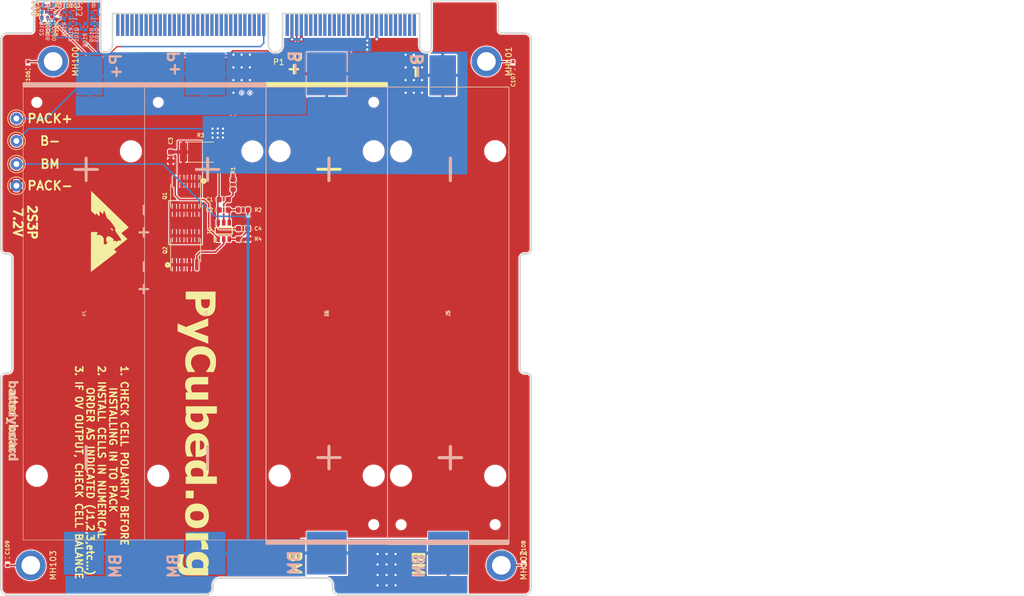
<source format=kicad_pcb>
(kicad_pcb (version 20171130) (host pcbnew "(5.1.10)-1")
  (layers (0 F.Cu signal) (31 B.Cu signal) (34 B.Paste user hide) (35 F.Paste user hide) (36 B.SilkS user hide) (37 F.SilkS user) (38 B.Mask user hide) (39 F.Mask user) (44 Edge.Cuts user))
  (net 0 "")
  (net 1 /VDD)
  (net 2 B-)
  (net 3 "Net-(C2-Pad2)")
  (net 4 PACK-)
  (net 5 BM)
  (net 6 PACK+)
  (net 7 "Net-(Q1-Pad5)")
  (net 8 "Net-(Q1-Pad4)")
  (net 9 "Net-(Q2-Pad4)")
  (net 10 "Net-(C3-Pad1)")
  (net 11 "Net-(C4-Pad2)")
  (net 12 /SLI-Card/CHS)
  (net 13 "Net-(D100-Pad2)")
  (net 14 "Net-(D100-Pad1)")
  (net 15 "Net-(D101-Pad2)")
  (net 16 "Net-(D101-Pad1)")
  (net 17 "Net-(D102-Pad2)")
  (net 18 "Net-(D102-Pad1)")
  (net 19 "Net-(D103-Pad2)")
  (net 20 "Net-(D103-Pad1)")
  (net 21 /SLI-Card/SEP4)
  (net 22 /SLI-Card/-X_SOLAR_PWR)
  (net 23 /SLI-Card/-X_SOLAR_RTN)
  (net 24 /SLI-Card/-X_SOLAR_TLE)
  (net 25 /SLI-Card/H2-52)
  (net 26 /SLI-Card/H1-52)
  (net 27 /SLI-Card/H2-50)
  (net 28 /SLI-Card/H1-50)
  (net 29 /SLI-Card/USER_1)
  (net 30 /SLI-Card/H1-46)
  (net 31 /SLI-Card/H2-44)
  (net 32 /SLI-Card/H1-44)
  (net 33 /SLI-Card/H2-42)
  (net 34 /SLI-Card/H1-42)
  (net 35 /SLI-Card/H2-40)
  (net 36 /SLI-Card/H1-40)
  (net 37 /SLI-Card/H2-38)
  (net 38 /SLI-Card/H1-38)
  (net 39 /SLI-Card/H2-36)
  (net 40 /SLI-Card/H1-36)
  (net 41 /SLI-Card/H2-34)
  (net 42 /SLI-Card/H1-34)
  (net 43 /SLI-Card/5V_USB)
  (net 44 /SLI-Card/SEP3)
  (net 45 /SLI-Card/+Y_SOLAR_PWR)
  (net 46 /SLI-Card/+Y_SOLAR_RTN)
  (net 47 /SLI-Card/+Y_SOLAR_TLE)
  (net 48 /SLI-Card/H2-51)
  (net 49 /SLI-Card/H1-51)
  (net 50 /SLI-Card/H2-49)
  (net 51 /SLI-Card/USER_2)
  (net 52 /SLI-Card/SELF_TEST)
  (net 53 /SLI-Card/H1-45)
  (net 54 /SLI-Card/H2-43)
  (net 55 /SLI-Card/H1-43)
  (net 56 /SLI-Card/H2-41)
  (net 57 /SLI-Card/H1-41)
  (net 58 /SLI-Card/H2-39)
  (net 59 /SLI-Card/H1-39)
  (net 60 /SLI-Card/H2-37)
  (net 61 /SLI-Card/H1-37)
  (net 62 /SLI-Card/H2-35)
  (net 63 /SLI-Card/H1-35)
  (net 64 /SLI-Card/H2-33)
  (net 65 /SLI-Card/H1-33)
  (net 66 /SLI-Card/AGND)
  (net 67 /SLI-Card/H1-31)
  (net 68 /SLI-Card/H2-28)
  (net 69 /SLI-Card/H1-28)
  (net 70 /SLI-Card/H2-26)
  (net 71 /SLI-Card/H1-26)
  (net 72 /SLI-Card/H2-24)
  (net 73 /SLI-Card/H1-24)
  (net 74 /SLI-Card/H2-22)
  (net 75 /SLI-Card/H1-22)
  (net 76 /SLI-Card/H2-20)
  (net 77 /SLI-Card/H1-20)
  (net 78 /SLI-Card/H2-18)
  (net 79 /SLI-Card/H1-18)
  (net 80 /SLI-Card/H2-16)
  (net 81 /SLI-Card/H1-16)
  (net 82 /SLI-Card/H2-14)
  (net 83 /SLI-Card/H1-14)
  (net 84 /SLI-Card/H2-12)
  (net 85 /SLI-Card/H1-12)
  (net 86 /SLI-Card/H2-10)
  (net 87 /SLI-Card/H1-10)
  (net 88 /SLI-Card/H2-8)
  (net 89 /SLI-Card/H1-8)
  (net 90 /SLI-Card/H2-6)
  (net 91 /SLI-Card/H1-6)
  (net 92 /SLI-Card/H2-4)
  (net 93 /SLI-Card/H1-4)
  (net 94 /SLI-Card/H2-2)
  (net 95 /SLI-Card/+X_SOLAR_PWR)
  (net 96 /SLI-Card/+X_SOLAR_RTN)
  (net 97 /SLI-Card/+X_SOLAR_TLE)
  (net 98 /SLI-Card/H1-27)
  (net 99 /SLI-Card/H2-25)
  (net 100 /SLI-Card/H1-25)
  (net 101 /SLI-Card/H2-23)
  (net 102 /SLI-Card/H1-23)
  (net 103 /SLI-Card/H2-21)
  (net 104 /SLI-Card/H1-21)
  (net 105 /SLI-Card/H2-19)
  (net 106 /SLI-Card/H1-19)
  (net 107 /SLI-Card/H2-17)
  (net 108 /SLI-Card/H1-17)
  (net 109 /SLI-Card/H2-15)
  (net 110 /SLI-Card/RBF)
  (net 111 /SLI-Card/H2-13)
  (net 112 /SLI-Card/H1-13)
  (net 113 /SLI-Card/H2-11)
  (net 114 /SLI-Card/H1-11)
  (net 115 /SLI-Card/H2-9)
  (net 116 /SLI-Card/H1-9)
  (net 117 /SLI-Card/H2-7)
  (net 118 /SLI-Card/H1-7)
  (net 119 /SLI-Card/H2-5)
  (net 120 /SLI-Card/H1-5)
  (net 121 /SLI-Card/H2-3)
  (net 122 /SLI-Card/H1-3)
  (net 123 /SLI-Card/-Z_SOLAR_PWR)
  (net 124 /SLI-Card/-Z_SOLAR_RTN)
  (net 125 /SLI-Card/-Z_SOLAR_TLE)
  (net 126 /SLI-Card/BUS_RESET)
  (net 127 /SLI-Card/H1-30)
  (net 128 /SLI-Card/SEP1)
  (net 129 /SLI-Card/SEP2)
  (net 130 "Net-(Q100-Pad1)")
  (net 131 "Net-(Q101-Pad1)")
  (net 132 "Net-(Q102-Pad1)")
  (net 133 "Net-(Q103-Pad1)")
  (net 134 /SLI-Card/H2-1)
  (net 135 /SLI-Card/H1-1)
  (net 136 /SLI-Card/3.3V_SYS)
  (net 137 /SLI-Card/H1-2)
  (module SLI-Blank-Card:HSEC8-160-CARD-EDGE (layer F.Cu) (at 98.72222 45.004353)
    (fp_text reference P1 (at 1.75 8.25) (layer F.SilkS))
    (fp_text value Conn_02x60_Top_Bottom)
    (pad 120 smd custom (at 24.8 2.4) (size 0.55 2.8) (layers F.Cu F.Mask) (net 21 /SLI-Card/SEP4) (options (clearance outline) (anchor rect)) (primitives (gr_line (start 0 0) (end 0 -2.125) (width 0.55))))
    (pad 118 smd custom (at 24 2.4) (size 0.55 2.8) (layers F.Cu F.Mask) (net 22 /SLI-Card/-X_SOLAR_PWR) (options (clearance outline) (anchor rect)) (primitives (gr_line (start 0 0) (end 0 -2.125) (width 0.55))))
    (pad 116 smd custom (at 23.2 2.4) (size 0.55 2.8) (layers F.Cu F.Mask) (net 23 /SLI-Card/-X_SOLAR_RTN) (options (clearance outline) (anchor rect)) (primitives (gr_line (start 0 0) (end 0 -2.125) (width 0.55))))
    (pad 114 smd custom (at 22.4 2.4) (size 0.55 2.8) (layers F.Cu F.Mask) (net 24 /SLI-Card/-X_SOLAR_TLE) (options (clearance outline) (anchor rect)) (primitives (gr_line (start 0 0) (end 0 -2.125) (width 0.55))))
    (pad 112 smd custom (at 21.6 2.4) (size 0.55 2.8) (layers F.Cu F.Mask) (net 25 /SLI-Card/H2-52) (options (clearance outline) (anchor rect)) (primitives (gr_line (start 0 0) (end 0 -2.125) (width 0.55))))
    (pad 110 smd custom (at 20.8 2.4) (size 0.55 2.8) (layers F.Cu F.Mask) (net 26 /SLI-Card/H1-52) (options (clearance outline) (anchor rect)) (primitives (gr_line (start 0 0) (end 0 -2.125) (width 0.55))))
    (pad 108 smd custom (at 20 2.4) (size 0.55 2.8) (layers F.Cu F.Mask) (net 27 /SLI-Card/H2-50) (options (clearance outline) (anchor rect)) (primitives (gr_line (start 0 0) (end 0 -2.125) (width 0.55))))
    (pad 106 smd custom (at 19.2 2.4) (size 0.55 2.8) (layers F.Cu F.Mask) (net 28 /SLI-Card/H1-50) (options (clearance outline) (anchor rect)) (primitives (gr_line (start 0 0) (end 0 -2.125) (width 0.55))))
    (pad 104 smd custom (at 18.4 2.4) (size 0.55 2.8) (layers F.Cu F.Mask) (net 4 PACK-) (options (clearance outline) (anchor rect)) (primitives (gr_line (start 0 0) (end 0 -2.125) (width 0.55))))
    (pad 102 smd custom (at 17.6 2.4) (size 0.55 2.8) (layers F.Cu F.Mask) (net 29 /SLI-Card/USER_1) (options (clearance outline) (anchor rect)) (primitives (gr_line (start 0 0) (end 0 -2.125) (width 0.55))))
    (pad 100 smd custom (at 16.8 2.4) (size 0.55 2.8) (layers F.Cu F.Mask) (net 6 PACK+) (options (clearance outline) (anchor rect)) (primitives (gr_line (start 0 0) (end 0 -2.125) (width 0.55))))
    (pad 98 smd custom (at 16 2.4) (size 0.55 2.8) (layers F.Cu F.Mask) (net 30 /SLI-Card/H1-46) (options (clearance outline) (anchor rect)) (primitives (gr_line (start 0 0) (end 0 -2.125) (width 0.55))))
    (pad 96 smd custom (at 15.2 2.4) (size 0.55 2.8) (layers F.Cu F.Mask) (net 31 /SLI-Card/H2-44) (options (clearance outline) (anchor rect)) (primitives (gr_line (start 0 0) (end 0 -2.125) (width 0.55))))
    (pad 94 smd custom (at 14.4 2.4) (size 0.55 2.8) (layers F.Cu F.Mask) (net 32 /SLI-Card/H1-44) (options (clearance outline) (anchor rect)) (primitives (gr_line (start 0 0) (end 0 -2.125) (width 0.55))))
    (pad 92 smd custom (at 13.6 2.4) (size 0.55 2.8) (layers F.Cu F.Mask) (net 33 /SLI-Card/H2-42) (options (clearance outline) (anchor rect)) (primitives (gr_line (start 0 0) (end 0 -2.125) (width 0.55))))
    (pad 90 smd custom (at 12.8 2.4) (size 0.55 2.8) (layers F.Cu F.Mask) (net 34 /SLI-Card/H1-42) (options (clearance outline) (anchor rect)) (primitives (gr_line (start 0 0) (end 0 -2.125) (width 0.55))))
    (pad 88 smd custom (at 12 2.4) (size 0.55 2.8) (layers F.Cu F.Mask) (net 35 /SLI-Card/H2-40) (options (clearance outline) (anchor rect)) (primitives (gr_line (start 0 0) (end 0 -2.125) (width 0.55))))
    (pad 86 smd custom (at 11.2 2.4) (size 0.55 2.8) (layers F.Cu F.Mask) (net 36 /SLI-Card/H1-40) (options (clearance outline) (anchor rect)) (primitives (gr_line (start 0 0) (end 0 -2.125) (width 0.55))))
    (pad 84 smd custom (at 10.4 2.4) (size 0.55 2.8) (layers F.Cu F.Mask) (net 37 /SLI-Card/H2-38) (options (clearance outline) (anchor rect)) (primitives (gr_line (start 0 0) (end 0 -2.125) (width 0.55))))
    (pad 82 smd custom (at 9.6 2.4) (size 0.55 2.8) (layers F.Cu F.Mask) (net 38 /SLI-Card/H1-38) (options (clearance outline) (anchor rect)) (primitives (gr_line (start 0 0) (end 0 -2.125) (width 0.55))))
    (pad 80 smd custom (at 8.8 2.4) (size 0.55 2.8) (layers F.Cu F.Mask) (net 39 /SLI-Card/H2-36) (options (clearance outline) (anchor rect)) (primitives (gr_line (start 0 0) (end 0 -2.125) (width 0.55))))
    (pad 78 smd custom (at 8 2.4) (size 0.55 2.8) (layers F.Cu F.Mask) (net 40 /SLI-Card/H1-36) (options (clearance outline) (anchor rect)) (primitives (gr_line (start 0 0) (end 0 -2.125) (width 0.55))))
    (pad 76 smd custom (at 7.2 2.4) (size 0.55 2.8) (layers F.Cu F.Mask) (net 41 /SLI-Card/H2-34) (options (clearance outline) (anchor rect)) (primitives (gr_line (start 0 0) (end 0 -2.125) (width 0.55))))
    (pad 74 smd custom (at 6.4 2.4) (size 0.55 2.8) (layers F.Cu F.Mask) (net 42 /SLI-Card/H1-34) (options (clearance outline) (anchor rect)) (primitives (gr_line (start 0 0) (end 0 -2.125) (width 0.55))))
    (pad 72 smd custom (at 5.6 2.4) (size 0.55 2.8) (layers F.Cu F.Mask) (net 4 PACK-) (options (clearance outline) (anchor rect)) (primitives (gr_line (start 0 0) (end 0 -2.125) (width 0.55))))
    (pad 70 smd custom (at 4.8 2.4) (size 0.55 2.8) (layers F.Cu F.Mask) (net 43 /SLI-Card/5V_USB) (options (clearance outline) (anchor rect)) (primitives (gr_line (start 0 0) (end 0 -2.125) (width 0.55))))
    (pad 68 smd custom (at 4 2.4) (size 0.55 2.8) (layers F.Cu F.Mask) (net 4 PACK-) (options (clearance outline) (anchor rect)) (primitives (gr_line (start 0 0) (end 0 -2.125) (width 0.55))))
    (pad 119 smd custom (at 24.8 2.4) (size 0.55 2.8) (layers B.Cu B.Mask) (net 44 /SLI-Card/SEP3) (options (clearance outline) (anchor rect)) (primitives (gr_line (start 0 0) (end 0 -2.125) (width 0.55))))
    (pad 117 smd custom (at 24 2.4) (size 0.55 2.8) (layers B.Cu B.Mask) (net 45 /SLI-Card/+Y_SOLAR_PWR) (options (clearance outline) (anchor rect)) (primitives (gr_line (start 0 0) (end 0 -2.125) (width 0.55))))
    (pad 115 smd custom (at 23.2 2.4) (size 0.55 2.8) (layers B.Cu B.Mask) (net 46 /SLI-Card/+Y_SOLAR_RTN) (options (clearance outline) (anchor rect)) (primitives (gr_line (start 0 0) (end 0 -2.125) (width 0.55))))
    (pad 113 smd custom (at 22.4 2.4) (size 0.55 2.8) (layers B.Cu B.Mask) (net 47 /SLI-Card/+Y_SOLAR_TLE) (options (clearance outline) (anchor rect)) (primitives (gr_line (start 0 0) (end 0 -2.125) (width 0.55))))
    (pad 111 smd custom (at 21.6 2.4) (size 0.55 2.8) (layers B.Cu B.Mask) (net 48 /SLI-Card/H2-51) (options (clearance outline) (anchor rect)) (primitives (gr_line (start 0 0) (end 0 -2.125) (width 0.55))))
    (pad 109 smd custom (at 20.8 2.4) (size 0.55 2.8) (layers B.Cu B.Mask) (net 49 /SLI-Card/H1-51) (options (clearance outline) (anchor rect)) (primitives (gr_line (start 0 0) (end 0 -2.125) (width 0.55))))
    (pad 107 smd custom (at 20 2.4) (size 0.55 2.8) (layers B.Cu B.Mask) (net 50 /SLI-Card/H2-49) (options (clearance outline) (anchor rect)) (primitives (gr_line (start 0 0) (end 0 -2.125) (width 0.55))))
    (pad 105 smd custom (at 19.2 2.4) (size 0.55 2.8) (layers B.Cu B.Mask) (net 51 /SLI-Card/USER_2) (options (clearance outline) (anchor rect)) (primitives (gr_line (start 0 0) (end 0 -2.125) (width 0.55))))
    (pad 103 smd custom (at 18.4 2.4) (size 0.55 2.8) (layers B.Cu B.Mask) (net 4 PACK-) (options (clearance outline) (anchor rect)) (primitives (gr_line (start 0 0) (end 0 -2.125) (width 0.55))))
    (pad 101 smd custom (at 17.6 2.4) (size 0.55 2.8) (layers B.Cu B.Mask) (net 52 /SLI-Card/SELF_TEST) (options (clearance outline) (anchor rect)) (primitives (gr_line (start 0 0) (end 0 -2.125) (width 0.55))))
    (pad 99 smd custom (at 16.8 2.4) (size 0.55 2.8) (layers B.Cu B.Mask) (net 6 PACK+) (options (clearance outline) (anchor rect)) (primitives (gr_line (start 0 0) (end 0 -2.125) (width 0.55))))
    (pad 97 smd custom (at 16 2.4) (size 0.55 2.8) (layers B.Cu B.Mask) (net 53 /SLI-Card/H1-45) (options (clearance outline) (anchor rect)) (primitives (gr_line (start 0 0) (end 0 -2.125) (width 0.55))))
    (pad 95 smd custom (at 15.2 2.4) (size 0.55 2.8) (layers B.Cu B.Mask) (net 54 /SLI-Card/H2-43) (options (clearance outline) (anchor rect)) (primitives (gr_line (start 0 0) (end 0 -2.125) (width 0.55))))
    (pad 93 smd custom (at 14.4 2.4) (size 0.55 2.8) (layers B.Cu B.Mask) (net 55 /SLI-Card/H1-43) (options (clearance outline) (anchor rect)) (primitives (gr_line (start 0 0) (end 0 -2.125) (width 0.55))))
    (pad 91 smd custom (at 13.6 2.4) (size 0.55 2.8) (layers B.Cu B.Mask) (net 56 /SLI-Card/H2-41) (options (clearance outline) (anchor rect)) (primitives (gr_line (start 0 0) (end 0 -2.125) (width 0.55))))
    (pad 89 smd custom (at 12.8 2.4) (size 0.55 2.8) (layers B.Cu B.Mask) (net 57 /SLI-Card/H1-41) (options (clearance outline) (anchor rect)) (primitives (gr_line (start 0 0) (end 0 -2.125) (width 0.55))))
    (pad 87 smd custom (at 12 2.4) (size 0.55 2.8) (layers B.Cu B.Mask) (net 58 /SLI-Card/H2-39) (options (clearance outline) (anchor rect)) (primitives (gr_line (start 0 0) (end 0 -2.125) (width 0.55))))
    (pad 85 smd custom (at 11.2 2.4) (size 0.55 2.8) (layers B.Cu B.Mask) (net 59 /SLI-Card/H1-39) (options (clearance outline) (anchor rect)) (primitives (gr_line (start 0 0) (end 0 -2.125) (width 0.55))))
    (pad 83 smd custom (at 10.4 2.4) (size 0.55 2.8) (layers B.Cu B.Mask) (net 60 /SLI-Card/H2-37) (options (clearance outline) (anchor rect)) (primitives (gr_line (start 0 0) (end 0 -2.125) (width 0.55))))
    (pad 81 smd custom (at 9.6 2.4) (size 0.55 2.8) (layers B.Cu B.Mask) (net 61 /SLI-Card/H1-37) (options (clearance outline) (anchor rect)) (primitives (gr_line (start 0 0) (end 0 -2.125) (width 0.55))))
    (pad 79 smd custom (at 8.8 2.4) (size 0.55 2.8) (layers B.Cu B.Mask) (net 62 /SLI-Card/H2-35) (options (clearance outline) (anchor rect)) (primitives (gr_line (start 0 0) (end 0 -2.125) (width 0.55))))
    (pad 77 smd custom (at 8 2.4) (size 0.55 2.8) (layers B.Cu B.Mask) (net 63 /SLI-Card/H1-35) (options (clearance outline) (anchor rect)) (primitives (gr_line (start 0 0) (end 0 -2.125) (width 0.55))))
    (pad 75 smd custom (at 7.2 2.4) (size 0.55 2.8) (layers B.Cu B.Mask) (net 64 /SLI-Card/H2-33) (options (clearance outline) (anchor rect)) (primitives (gr_line (start 0 0) (end 0 -2.125) (width 0.55))))
    (pad 73 smd custom (at 6.4 2.4) (size 0.55 2.8) (layers B.Cu B.Mask) (net 65 /SLI-Card/H1-33) (options (clearance outline) (anchor rect)) (primitives (gr_line (start 0 0) (end 0 -2.125) (width 0.55))))
    (pad 71 smd custom (at 5.6 2.4) (size 0.55 2.8) (layers B.Cu B.Mask) (net 66 /SLI-Card/AGND) (options (clearance outline) (anchor rect)) (primitives (gr_line (start 0 0) (end 0 -2.125) (width 0.55))))
    (pad 69 smd custom (at 4.8 2.4) (size 0.55 2.8) (layers B.Cu B.Mask) (net 67 /SLI-Card/H1-31) (options (clearance outline) (anchor rect)) (primitives (gr_line (start 0 0) (end 0 -2.125) (width 0.55))))
    (pad 67 smd custom (at 4 2.4) (size 0.55 2.8) (layers B.Cu B.Mask) (net 4 PACK-) (options (clearance outline) (anchor rect)) (primitives (gr_line (start 0 0) (end 0 -2.125) (width 0.55))))
    (pad 64 smd custom (at -0.8 2.4) (size 0.55 2.8) (layers F.Cu F.Mask) (net 68 /SLI-Card/H2-28) (options (clearance outline) (anchor rect)) (primitives (gr_line (start 0 0) (end 0 -2.125) (width 0.55))))
    (pad 62 smd custom (at -1.6 2.4) (size 0.55 2.8) (layers F.Cu F.Mask) (net 69 /SLI-Card/H1-28) (options (clearance outline) (anchor rect)) (primitives (gr_line (start 0 0) (end 0 -2.125) (width 0.55))))
    (pad 60 smd custom (at -2.4 2.4) (size 0.55 2.8) (layers F.Cu F.Mask) (net 70 /SLI-Card/H2-26) (options (clearance outline) (anchor rect)) (primitives (gr_line (start 0 0) (end 0 -2.125) (width 0.55))))
    (pad 58 smd custom (at -3.2 2.4) (size 0.55 2.8) (layers F.Cu F.Mask) (net 71 /SLI-Card/H1-26) (options (clearance outline) (anchor rect)) (primitives (gr_line (start 0 0) (end 0 -2.125) (width 0.55))))
    (pad 56 smd custom (at -4 2.4) (size 0.55 2.8) (layers F.Cu F.Mask) (net 72 /SLI-Card/H2-24) (options (clearance outline) (anchor rect)) (primitives (gr_line (start 0 0) (end 0 -2.125) (width 0.55))))
    (pad 54 smd custom (at -4.8 2.4) (size 0.55 2.8) (layers F.Cu F.Mask) (net 73 /SLI-Card/H1-24) (options (clearance outline) (anchor rect)) (primitives (gr_line (start 0 0) (end 0 -2.125) (width 0.55))))
    (pad 52 smd custom (at -5.6 2.4) (size 0.55 2.8) (layers F.Cu F.Mask) (net 74 /SLI-Card/H2-22) (options (clearance outline) (anchor rect)) (primitives (gr_line (start 0 0) (end 0 -2.125) (width 0.55))))
    (pad 50 smd custom (at -6.4 2.4) (size 0.55 2.8) (layers F.Cu F.Mask) (net 75 /SLI-Card/H1-22) (options (clearance outline) (anchor rect)) (primitives (gr_line (start 0 0) (end 0 -2.125) (width 0.55))))
    (pad 48 smd custom (at -7.2 2.4) (size 0.55 2.8) (layers F.Cu F.Mask) (net 76 /SLI-Card/H2-20) (options (clearance outline) (anchor rect)) (primitives (gr_line (start 0 0) (end 0 -2.125) (width 0.55))))
    (pad 46 smd custom (at -8 2.4) (size 0.55 2.8) (layers F.Cu F.Mask) (net 77 /SLI-Card/H1-20) (options (clearance outline) (anchor rect)) (primitives (gr_line (start 0 0) (end 0 -2.125) (width 0.55))))
    (pad 44 smd custom (at -8.8 2.4) (size 0.55 2.8) (layers F.Cu F.Mask) (net 78 /SLI-Card/H2-18) (options (clearance outline) (anchor rect)) (primitives (gr_line (start 0 0) (end 0 -2.125) (width 0.55))))
    (pad 42 smd custom (at -9.6 2.4) (size 0.55 2.8) (layers F.Cu F.Mask) (net 79 /SLI-Card/H1-18) (options (clearance outline) (anchor rect)) (primitives (gr_line (start 0 0) (end 0 -2.125) (width 0.55))))
    (pad 40 smd custom (at -10.4 2.4) (size 0.55 2.8) (layers F.Cu F.Mask) (net 80 /SLI-Card/H2-16) (options (clearance outline) (anchor rect)) (primitives (gr_line (start 0 0) (end 0 -2.125) (width 0.55))))
    (pad 38 smd custom (at -11.2 2.4) (size 0.55 2.8) (layers F.Cu F.Mask) (net 81 /SLI-Card/H1-16) (options (clearance outline) (anchor rect)) (primitives (gr_line (start 0 0) (end 0 -2.125) (width 0.55))))
    (pad 36 smd custom (at -12 2.4) (size 0.55 2.8) (layers F.Cu F.Mask) (net 82 /SLI-Card/H2-14) (options (clearance outline) (anchor rect)) (primitives (gr_line (start 0 0) (end 0 -2.125) (width 0.55))))
    (pad 34 smd custom (at -12.8 2.4) (size 0.55 2.8) (layers F.Cu F.Mask) (net 83 /SLI-Card/H1-14) (options (clearance outline) (anchor rect)) (primitives (gr_line (start 0 0) (end 0 -2.125) (width 0.55))))
    (pad 32 smd custom (at -13.6 2.4) (size 0.55 2.8) (layers F.Cu F.Mask) (net 84 /SLI-Card/H2-12) (options (clearance outline) (anchor rect)) (primitives (gr_line (start 0 0) (end 0 -2.125) (width 0.55))))
    (pad 30 smd custom (at -14.4 2.4) (size 0.55 2.8) (layers F.Cu F.Mask) (net 85 /SLI-Card/H1-12) (options (clearance outline) (anchor rect)) (primitives (gr_line (start 0 0) (end 0 -2.125) (width 0.55))))
    (pad 28 smd custom (at -15.2 2.4) (size 0.55 2.8) (layers F.Cu F.Mask) (net 86 /SLI-Card/H2-10) (options (clearance outline) (anchor rect)) (primitives (gr_line (start 0 0) (end 0 -2.125) (width 0.55))))
    (pad 26 smd custom (at -16 2.4) (size 0.55 2.8) (layers F.Cu F.Mask) (net 87 /SLI-Card/H1-10) (options (clearance outline) (anchor rect)) (primitives (gr_line (start 0 0) (end 0 -2.125) (width 0.55))))
    (pad 24 smd custom (at -16.8 2.4) (size 0.55 2.8) (layers F.Cu F.Mask) (net 88 /SLI-Card/H2-8) (options (clearance outline) (anchor rect)) (primitives (gr_line (start 0 0) (end 0 -2.125) (width 0.55))))
    (pad 22 smd custom (at -17.6 2.4) (size 0.55 2.8) (layers F.Cu F.Mask) (net 89 /SLI-Card/H1-8) (options (clearance outline) (anchor rect)) (primitives (gr_line (start 0 0) (end 0 -2.125) (width 0.55))))
    (pad 20 smd custom (at -18.4 2.4) (size 0.55 2.8) (layers F.Cu F.Mask) (net 90 /SLI-Card/H2-6) (options (clearance outline) (anchor rect)) (primitives (gr_line (start 0 0) (end 0 -2.125) (width 0.55))))
    (pad 18 smd custom (at -19.2 2.4) (size 0.55 2.8) (layers F.Cu F.Mask) (net 91 /SLI-Card/H1-6) (options (clearance outline) (anchor rect)) (primitives (gr_line (start 0 0) (end 0 -2.125) (width 0.55))))
    (pad 16 smd custom (at -20 2.4) (size 0.55 2.8) (layers F.Cu F.Mask) (net 92 /SLI-Card/H2-4) (options (clearance outline) (anchor rect)) (primitives (gr_line (start 0 0) (end 0 -2.125) (width 0.55))))
    (pad 14 smd custom (at -20.8 2.4) (size 0.55 2.8) (layers F.Cu F.Mask) (net 93 /SLI-Card/H1-4) (options (clearance outline) (anchor rect)) (primitives (gr_line (start 0 0) (end 0 -2.125) (width 0.55))))
    (pad 12 smd custom (at -21.6 2.4) (size 0.55 2.8) (layers F.Cu F.Mask) (net 94 /SLI-Card/H2-2) (options (clearance outline) (anchor rect)) (primitives (gr_line (start 0 0) (end 0 -2.125) (width 0.55))))
    (pad 10 smd custom (at -22.4 2.4) (size 0.55 2.8) (layers F.Cu F.Mask) (net 137 /SLI-Card/H1-2) (options (clearance outline) (anchor rect)) (primitives (gr_line (start 0 0) (end 0 -2.125) (width 0.55))))
    (pad 8 smd custom (at -23.2 2.4) (size 0.55 2.8) (layers F.Cu F.Mask) (net 95 /SLI-Card/+X_SOLAR_PWR) (options (clearance outline) (anchor rect)) (primitives (gr_line (start 0 0) (end 0 -2.125) (width 0.55))))
    (pad 6 smd custom (at -24 2.4) (size 0.55 2.8) (layers F.Cu F.Mask) (net 96 /SLI-Card/+X_SOLAR_RTN) (options (clearance outline) (anchor rect)) (primitives (gr_line (start 0 0) (end 0 -2.125) (width 0.55))))
    (pad 4 smd custom (at -24.8 2.4) (size 0.55 2.8) (layers F.Cu F.Mask) (net 97 /SLI-Card/+X_SOLAR_TLE) (options (clearance outline) (anchor rect)) (primitives (gr_line (start 0 0) (end 0 -2.125) (width 0.55))))
    (pad 63 smd custom (at -0.8 2.4) (size 0.55 2.8) (layers B.Cu B.Mask) (net 136 /SLI-Card/3.3V_SYS) (options (clearance outline) (anchor rect)) (primitives (gr_line (start 0 0) (end 0 -2.125) (width 0.55))))
    (pad 61 smd custom (at -1.6 2.4) (size 0.55 2.8) (layers B.Cu B.Mask) (net 98 /SLI-Card/H1-27) (options (clearance outline) (anchor rect)) (primitives (gr_line (start 0 0) (end 0 -2.125) (width 0.55))))
    (pad 59 smd custom (at -2.4 2.4) (size 0.55 2.8) (layers B.Cu B.Mask) (net 99 /SLI-Card/H2-25) (options (clearance outline) (anchor rect)) (primitives (gr_line (start 0 0) (end 0 -2.125) (width 0.55))))
    (pad 57 smd custom (at -3.2 2.4) (size 0.55 2.8) (layers B.Cu B.Mask) (net 100 /SLI-Card/H1-25) (options (clearance outline) (anchor rect)) (primitives (gr_line (start 0 0) (end 0 -2.125) (width 0.55))))
    (pad 55 smd custom (at -4 2.4) (size 0.55 2.8) (layers B.Cu B.Mask) (net 101 /SLI-Card/H2-23) (options (clearance outline) (anchor rect)) (primitives (gr_line (start 0 0) (end 0 -2.125) (width 0.55))))
    (pad 53 smd custom (at -4.8 2.4) (size 0.55 2.8) (layers B.Cu B.Mask) (net 102 /SLI-Card/H1-23) (options (clearance outline) (anchor rect)) (primitives (gr_line (start 0 0) (end 0 -2.125) (width 0.55))))
    (pad 51 smd custom (at -5.6 2.4) (size 0.55 2.8) (layers B.Cu B.Mask) (net 103 /SLI-Card/H2-21) (options (clearance outline) (anchor rect)) (primitives (gr_line (start 0 0) (end 0 -2.125) (width 0.55))))
    (pad 49 smd custom (at -6.4 2.4) (size 0.55 2.8) (layers B.Cu B.Mask) (net 104 /SLI-Card/H1-21) (options (clearance outline) (anchor rect)) (primitives (gr_line (start 0 0) (end 0 -2.125) (width 0.55))))
    (pad 47 smd custom (at -7.2 2.4) (size 0.55 2.8) (layers B.Cu B.Mask) (net 105 /SLI-Card/H2-19) (options (clearance outline) (anchor rect)) (primitives (gr_line (start 0 0) (end 0 -2.125) (width 0.55))))
    (pad 45 smd custom (at -8 2.4) (size 0.55 2.8) (layers B.Cu B.Mask) (net 106 /SLI-Card/H1-19) (options (clearance outline) (anchor rect)) (primitives (gr_line (start 0 0) (end 0 -2.125) (width 0.55))))
    (pad 43 smd custom (at -8.8 2.4) (size 0.55 2.8) (layers B.Cu B.Mask) (net 107 /SLI-Card/H2-17) (options (clearance outline) (anchor rect)) (primitives (gr_line (start 0 0) (end 0 -2.125) (width 0.55))))
    (pad 41 smd custom (at -9.6 2.4) (size 0.55 2.8) (layers B.Cu B.Mask) (net 108 /SLI-Card/H1-17) (options (clearance outline) (anchor rect)) (primitives (gr_line (start 0 0) (end 0 -2.125) (width 0.55))))
    (pad 39 smd custom (at -10.4 2.4) (size 0.55 2.8) (layers B.Cu B.Mask) (net 109 /SLI-Card/H2-15) (options (clearance outline) (anchor rect)) (primitives (gr_line (start 0 0) (end 0 -2.125) (width 0.55))))
    (pad 37 smd custom (at -11.2 2.4) (size 0.55 2.8) (layers B.Cu B.Mask) (net 110 /SLI-Card/RBF) (options (clearance outline) (anchor rect)) (primitives (gr_line (start 0 0) (end 0 -2.125) (width 0.55))))
    (pad 35 smd custom (at -12 2.4) (size 0.55 2.8) (layers B.Cu B.Mask) (net 111 /SLI-Card/H2-13) (options (clearance outline) (anchor rect)) (primitives (gr_line (start 0 0) (end 0 -2.125) (width 0.55))))
    (pad 33 smd custom (at -12.8 2.4) (size 0.55 2.8) (layers B.Cu B.Mask) (net 112 /SLI-Card/H1-13) (options (clearance outline) (anchor rect)) (primitives (gr_line (start 0 0) (end 0 -2.125) (width 0.55))))
    (pad 31 smd custom (at -13.6 2.4) (size 0.55 2.8) (layers B.Cu B.Mask) (net 113 /SLI-Card/H2-11) (options (clearance outline) (anchor rect)) (primitives (gr_line (start 0 0) (end 0 -2.125) (width 0.55))))
    (pad 29 smd custom (at -14.4 2.4) (size 0.55 2.8) (layers B.Cu B.Mask) (net 114 /SLI-Card/H1-11) (options (clearance outline) (anchor rect)) (primitives (gr_line (start 0 0) (end 0 -2.125) (width 0.55))))
    (pad 27 smd custom (at -15.2 2.4) (size 0.55 2.8) (layers B.Cu B.Mask) (net 115 /SLI-Card/H2-9) (options (clearance outline) (anchor rect)) (primitives (gr_line (start 0 0) (end 0 -2.125) (width 0.55))))
    (pad 25 smd custom (at -16 2.4) (size 0.55 2.8) (layers B.Cu B.Mask) (net 116 /SLI-Card/H1-9) (options (clearance outline) (anchor rect)) (primitives (gr_line (start 0 0) (end 0 -2.125) (width 0.55))))
    (pad 23 smd custom (at -16.8 2.4) (size 0.55 2.8) (layers B.Cu B.Mask) (net 117 /SLI-Card/H2-7) (options (clearance outline) (anchor rect)) (primitives (gr_line (start 0 0) (end 0 -2.125) (width 0.55))))
    (pad 21 smd custom (at -17.6 2.4) (size 0.55 2.8) (layers B.Cu B.Mask) (net 118 /SLI-Card/H1-7) (options (clearance outline) (anchor rect)) (primitives (gr_line (start 0 0) (end 0 -2.125) (width 0.55))))
    (pad 19 smd custom (at -18.4 2.4) (size 0.55 2.8) (layers B.Cu B.Mask) (net 119 /SLI-Card/H2-5) (options (clearance outline) (anchor rect)) (primitives (gr_line (start 0 0) (end 0 -2.125) (width 0.55))))
    (pad 17 smd custom (at -19.2 2.4) (size 0.55 2.8) (layers B.Cu B.Mask) (net 120 /SLI-Card/H1-5) (options (clearance outline) (anchor rect)) (primitives (gr_line (start 0 0) (end 0 -2.125) (width 0.55))))
    (pad 15 smd custom (at -20 2.4) (size 0.55 2.8) (layers B.Cu B.Mask) (net 121 /SLI-Card/H2-3) (options (clearance outline) (anchor rect)) (primitives (gr_line (start 0 0) (end 0 -2.125) (width 0.55))))
    (pad 13 smd custom (at -20.8 2.4) (size 0.55 2.8) (layers B.Cu B.Mask) (net 122 /SLI-Card/H1-3) (options (clearance outline) (anchor rect)) (primitives (gr_line (start 0 0) (end 0 -2.125) (width 0.55))))
    (pad 11 smd custom (at -21.6 2.4) (size 0.55 2.8) (layers B.Cu B.Mask) (net 134 /SLI-Card/H2-1) (options (clearance outline) (anchor rect)) (primitives (gr_line (start 0 0) (end 0 -2.125) (width 0.55))))
    (pad 9 smd custom (at -22.4 2.4) (size 0.55 2.8) (layers B.Cu B.Mask) (net 135 /SLI-Card/H1-1) (options (clearance outline) (anchor rect)) (primitives (gr_line (start 0 0) (end 0 -2.125) (width 0.55))))
    (pad 7 smd custom (at -23.2 2.4) (size 0.55 2.8) (layers B.Cu B.Mask) (net 123 /SLI-Card/-Z_SOLAR_PWR) (options (clearance outline) (anchor rect)) (primitives (gr_line (start 0 0) (end 0 -2.125) (width 0.55))))
    (pad 5 smd custom (at -24 2.4) (size 0.55 2.8) (layers B.Cu B.Mask) (net 124 /SLI-Card/-Z_SOLAR_RTN) (options (clearance outline) (anchor rect)) (primitives (gr_line (start 0 0) (end 0 -2.125) (width 0.55))))
    (pad 3 smd custom (at -24.8 2.4) (size 0.55 2.8) (layers B.Cu B.Mask) (net 125 /SLI-Card/-Z_SOLAR_TLE) (options (clearance outline) (anchor rect)) (primitives (gr_line (start 0 0) (end 0 -2.125) (width 0.55))))
    (pad 65 smd custom (at 3.2 2.4) (size 0.55 2.8) (layers B.Cu B.Mask) (net 126 /SLI-Card/BUS_RESET) (options (clearance outline) (anchor rect)) (primitives (gr_line (start 0 0) (end 0 -2.125) (width 0.55))))
    (pad 66 smd custom (at 3.2 2.4) (size 0.55 2.8) (layers F.Cu F.Mask) (net 127 /SLI-Card/H1-30) (options (clearance outline) (anchor rect)) (primitives (gr_line (start 0 0) (end 0 -2.125) (width 0.55))))
    (pad 1 smd custom (at -25.6 2.4) (size 0.55 2.8) (layers B.Cu B.Mask) (net 128 /SLI-Card/SEP1) (options (clearance outline) (anchor rect)) (primitives (gr_line (start 0 0) (end 0 -2.125) (width 0.55))))
    (pad 2 smd custom (at -25.6 2.4) (size 0.55 2.8) (layers F.Cu F.Mask) (net 129 /SLI-Card/SEP2) (options (clearance outline) (anchor rect)) (primitives (gr_line (start 0 0) (end 0 -2.125) (width 0.55))))
  )
  (module SLI-Blank-Card:125mil_hole (layer F.Cu) (at 58.3184 138.8872 90)
    (fp_text reference MH103 (at 0 3.8 90) (layer F.SilkS))
    (fp_text value SLI-Backplane-Blank-Card-KiCad:125mil_hole)
    (pad 1 thru_hole circle (at 0 0 270) (size 5.08 5.08) (drill 3.175) (layers *.Cu *.Mask) (net 12 /SLI-Card/CHS))
  )
  (module SLI-Blank-Card:125mil_hole (layer F.Cu) (at 138.3184 138.8872 90)
    (fp_text reference MH102 (at 0 3.8 90) (layer F.SilkS))
    (fp_text value SLI-Backplane-Blank-Card-KiCad:125mil_hole)
    (pad 1 thru_hole circle (at 0 0 270) (size 5.08 5.08) (drill 3.175) (layers *.Cu *.Mask) (net 12 /SLI-Card/CHS))
  )
  (module SLI-Blank-Card:125mil_hole (layer F.Cu) (at 135.7784 53.1572 90)
    (fp_text reference MH101 (at 0 3.8 90) (layer F.SilkS))
    (fp_text value SLI-Backplane-Blank-Card-KiCad:125mil_hole)
    (pad 1 thru_hole circle (at 0 0 270) (size 5.08 5.08) (drill 3.175) (layers *.Cu *.Mask) (net 12 /SLI-Card/CHS))
  )
  (module SLI-Blank-Card:125mil_hole (layer F.Cu) (at 62.1184 53.1572 90)
    (fp_text reference MH100 (at 0 3.8 90) (layer F.SilkS))
    (fp_text value MountingHole_Pad)
    (pad 1 thru_hole circle (at 0 0 270) (size 5.08 5.08) (drill 3.175) (layers *.Cu *.Mask) (net 12 /SLI-Card/CHS))
  )
  (module SLI-Blank-Card:APA2107x (layer B.Cu) (at 68.992191 43.59148 270)
    (fp_text reference D103 (at 0 2.4 90) (layer B.SilkS) (effects (justify mirror)))
    (fp_text value ORANGE)
    (pad 2 smd rect (at 0 0.93 270) (size 1 0.37) (layers B.Cu B.Paste B.Mask) (net 19 "Net-(D103-Pad2)"))
    (pad 1 smd rect (at 0 -0.93 90) (size 1 0.37) (layers B.Cu B.Paste B.Mask) (net 20 "Net-(D103-Pad1)"))
  )
  (module SLI-Blank-Card:APA2107x (layer F.Cu) (at 62.792178 43.59148 270)
    (fp_text reference D102 (at 0.09652 -2.739822 180) (layer F.SilkS) (effects (font (size 0.635 0.635) (thickness 0.127))))
    (fp_text value GREEN)
    (pad 2 smd rect (at 0 -0.93 270) (size 1 0.37) (layers F.Cu F.Paste F.Mask) (net 17 "Net-(D102-Pad2)"))
    (pad 1 smd rect (at 0 0.93 90) (size 1 0.37) (layers F.Cu F.Paste F.Mask) (net 18 "Net-(D102-Pad1)"))
  )
  (module SLI-Blank-Card:APA2107x (layer B.Cu) (at 65.192173 43.59148 270)
    (fp_text reference D101 (at 0 2.4 90) (layer B.SilkS) (effects (justify mirror)))
    (fp_text value YELLOW)
    (pad 2 smd rect (at 0 0.93 270) (size 1 0.37) (layers B.Cu B.Paste B.Mask) (net 15 "Net-(D101-Pad2)"))
    (pad 1 smd rect (at 0 -0.93 90) (size 1 0.37) (layers B.Cu B.Paste B.Mask) (net 16 "Net-(D101-Pad1)"))
  )
  (module SLI-Blank-Card:APA2107x (layer B.Cu) (at 61.392181 43.59148 270)
    (fp_text reference D100 (at 0 2.4 90) (layer B.SilkS) (effects (justify mirror)))
    (fp_text value RED)
    (pad 2 smd rect (at 0 0.93 270) (size 1 0.37) (layers B.Cu B.Paste B.Mask) (net 13 "Net-(D100-Pad2)"))
    (pad 1 smd rect (at 0 -0.93 90) (size 1 0.37) (layers B.Cu B.Paste B.Mask) (net 14 "Net-(D100-Pad1)"))
  )
  (module batteryboard-v01b_SLI_card:SLI_LOGO (layer F.Cu) (at 70.9295 82.042 270)
    (fp_text reference G*** hide)
    (fp_text value LOGO hide)
  )
  (module custom-footprints:battery_version (layer B.Cu) (at 55.118 112.0775 90)
    (fp_text reference Ref** hide)
    (fp_text value Val** hide)
  )
  (module custom-footprints:battery_version (layer F.Cu) (at 55.1815 116.5225 270)
    (fp_text reference Ref** hide)
    (fp_text value Val** hide)
  )
  (module batteryboard-v01b_SLI_card:KEYSTONE-1042 (layer B.Cu) (at 108.6231 96.0247 270)
    (fp_text reference J3 (at 0 0 90) (layer B.SilkS) (effects (font (size 0.635 0.635) (thickness 0.127)) (justify mirror)))
    (fp_text value KEYSTONE-1042 hide)
    (fp_text user + (at 24.525 0 90) (layer B.SilkS) (effects (font (size 5 5) (thickness 0.5)) (justify mirror)))
    (fp_text user - (at -24.525 0 90) (layer B.SilkS) (effects (font (size 5 5) (thickness 0.5)) (justify mirror)))
    (pad 1 smd rect (at -40.775 0 270) (size 7.3 6.8) (layers B.Cu B.Paste B.Mask) (net 2 B-))
    (pad 2 smd rect (at 40.775 0 270) (size 7.3 6.8) (layers B.Cu B.Paste B.Mask) (net 5 BM))
    (pad 3 np_thru_hole circle (at -27.6 -8 270) (size 3.45 0) (drill 3.45) (layers *.Cu *.Mask))
    (pad 4 np_thru_hole circle (at 27.6 8 270) (size 3.45 0) (drill 3.45) (layers *.Cu *.Mask))
    (pad 5 np_thru_hole circle (at 35.93 -8 270) (size 1.57 0) (drill 1.57) (layers *.Cu *.Mask))
  )
  (module batteryboard-v01b_SLI_card:KEYSTONE-1042 (layer F.Cu) (at 108.6231 96.0247 90)
    (fp_text reference J6 (at 0 0 90) (layer F.SilkS) (effects (font (size 0.635 0.635) (thickness 0.127))))
    (fp_text value KEYSTONE-1042 hide)
    (fp_text user + (at 24.525 0 90) (layer F.SilkS) (effects (font (size 5 5) (thickness 0.5))))
    (fp_text user - (at -24.525 0 90) (layer F.SilkS) (effects (font (size 5 5) (thickness 0.5))))
    (pad 1 smd rect (at -40.775 0 90) (size 7.3 6.8) (layers F.Cu F.Paste F.Mask) (net 5 BM))
    (pad 2 smd rect (at 40.775 0 90) (size 7.3 6.8) (layers F.Cu F.Paste F.Mask) (net 6 PACK+))
    (pad 3 np_thru_hole circle (at -27.6 8 90) (size 3.45 0) (drill 3.45) (layers *.Cu *.Mask))
    (pad 4 np_thru_hole circle (at 27.6 -8 90) (size 3.45 0) (drill 3.45) (layers *.Cu *.Mask))
    (pad 5 np_thru_hole circle (at 35.93 8 90) (size 1.57 0) (drill 1.57) (layers *.Cu *.Mask))
  )
  (module batteryboard-v01b_SLI_card:KEYSTONE-1042_ALT_J1 (layer B.Cu) (at 129.2733 96.0247 270)
    (fp_text reference J1 (at 0 0 270) (layer B.SilkS) (effects (font (size 0.635 0.635) (thickness 0.127)) (justify mirror)))
    (fp_text value KEYSTONE-1042 hide)
    (fp_text user - (at -24.525 0 270) (layer B.SilkS) (effects (font (size 5 5) (thickness 0.5)) (justify mirror)))
    (fp_text user + (at 24.525 0 270) (layer B.SilkS) (effects (font (size 5 5) (thickness 0.5)) (justify mirror)))
    (pad 5 np_thru_hole circle (at 35.93 -8 270) (size 1.57 0) (drill 1.57) (layers *.Cu *.Mask))
    (pad 4 np_thru_hole circle (at 27.6 8 270) (size 3.45 0) (drill 3.45) (layers *.Cu *.Mask))
    (pad 3 np_thru_hole circle (at -27.6 -8 270) (size 3.45 0) (drill 3.45) (layers *.Cu *.Mask))
    (pad 2 smd rect (at 40.775 0 270) (size 7.3 6.8) (layers B.Cu B.Paste B.Mask) (net 5 BM))
    (pad 1 smd rect (at -40.525 0.925 270) (size 6.8 4.5) (layers B.Cu B.Paste B.Mask) (net 2 B-))
  )
  (module batteryboard-v01b_SLI_card:KEYSTONE-1042_ALT_J5 (layer F.Cu) (at 129.2733 96.0501 270)
    (fp_text reference J5 (at 0 0 270) (layer F.SilkS) (effects (font (size 0.635 0.635) (thickness 0.127))))
    (fp_text value KEYSTONE-1042 hide)
    (fp_text user - (at -24.525 0 270) (layer F.SilkS) (effects (font (size 5 5) (thickness 0.5))))
    (fp_text user + (at 24.525 0 270) (layer F.SilkS) (effects (font (size 5 5) (thickness 0.5))))
    (pad 5 np_thru_hole circle (at 35.93 8 270) (size 1.57 0) (drill 1.57) (layers *.Cu *.Mask))
    (pad 4 np_thru_hole circle (at 27.6 -8 270) (size 3.45 0) (drill 3.45) (layers *.Cu *.Mask))
    (pad 3 np_thru_hole circle (at -27.6 8 270) (size 3.45 0) (drill 3.45) (layers *.Cu *.Mask))
    (pad 2 smd rect (at 40.775 0 270) (size 7.3 6.8) (layers F.Cu F.Paste F.Mask) (net 5 BM))
    (pad 1 smd rect (at -40.525 0.925 270) (size 6.8 4.5) (layers F.Cu F.Paste F.Mask) (net 2 B-))
  )
  (module batteryboard-v01b_SLI_card:KEYSTONE-1042_alt_J4 (layer B.Cu) (at 67.3481 96.0501 90)
    (fp_text reference J4 (at 0 0 90) (layer B.SilkS) (effects (font (size 0.635 0.635) (thickness 0.127)) (justify mirror)))
    (fp_text value KEYSTONE-1042 hide)
    (fp_text user - (at -24.525 0 90) (layer B.SilkS) (effects (font (size 5 5) (thickness 0.5)) (justify mirror)))
    (fp_text user + (at 24.525 0 90) (layer B.SilkS) (effects (font (size 5 5) (thickness 0.5)) (justify mirror)))
    (pad 5 np_thru_hole circle (at 35.93 -8 90) (size 1.57 0) (drill 1.57) (layers *.Cu *.Mask))
    (pad 4 np_thru_hole circle (at 27.6 8 90) (size 3.45 0) (drill 3.45) (layers *.Cu *.Mask))
    (pad 3 np_thru_hole circle (at -27.6 -8 90) (size 3.45 0) (drill 3.45) (layers *.Cu *.Mask))
    (pad 2 smd rect (at 40.475 0.925 90) (size 6.7 4.5) (layers B.Cu B.Paste B.Mask) (net 6 PACK+))
    (pad 1 smd rect (at -40.775 0 90) (size 7.3 6.8) (layers B.Cu B.Paste B.Mask) (net 5 BM))
  )
  (module batteryboard-v01b_SLI_card:KEYSTONE-1042 (layer B.Cu) (at 87.9983 96.0501 90)
    (fp_text reference J2 (at 0 0 90) (layer B.SilkS) (effects (font (size 0.635 0.635) (thickness 0.127)) (justify mirror)))
    (fp_text value KEYSTONE-1042 hide)
    (fp_text user + (at 24.525 0 90) (layer B.SilkS) (effects (font (size 5 5) (thickness 0.5)) (justify mirror)))
    (fp_text user - (at -24.525 0 90) (layer B.SilkS) (effects (font (size 5 5) (thickness 0.5)) (justify mirror)))
    (pad 1 smd rect (at -40.775 0 90) (size 7.3 6.8) (layers B.Cu B.Paste B.Mask) (net 5 BM))
    (pad 2 smd rect (at 40.775 0 90) (size 7.3 6.8) (layers B.Cu B.Paste B.Mask) (net 6 PACK+))
    (pad 3 np_thru_hole circle (at -27.6 -8 90) (size 3.45 0) (drill 3.45) (layers *.Cu *.Mask))
    (pad 4 np_thru_hole circle (at 27.6 8 90) (size 3.45 0) (drill 3.45) (layers *.Cu *.Mask))
    (pad 5 np_thru_hole circle (at 35.93 -8 90) (size 1.57 0) (drill 1.57) (layers *.Cu *.Mask))
  )
  (module Resistor_SMD:R_0402_1005Metric (layer B.Cu) (at 69.1642 46.736)
    (fp_text reference R109 (at -0.4572 1.905 90) (layer B.SilkS) (effects (font (size 0.635 0.635) (thickness 0.127)) (justify mirror)))
    (fp_text value 1.5k)
    (pad 2 smd roundrect (at 0.51 0) (size 0.54 0.64) (layers B.Cu B.Paste B.Mask) (net 6 PACK+))
    (pad 1 smd roundrect (at -0.51 0) (size 0.54 0.64) (layers B.Cu B.Paste B.Mask) (net 133 "Net-(Q103-Pad1)"))
  )
  (module Resistor_SMD:R_0402_1005Metric (layer F.Cu) (at 60.6806 45.6946)
    (fp_text reference R108 (at 0.5969 1.8034 90) (layer F.SilkS) (effects (font (size 0.635 0.635) (thickness 0.127))))
    (fp_text value 1.5k)
    (pad 2 smd roundrect (at 0.51 0) (size 0.54 0.64) (layers F.Cu F.Paste F.Mask) (net 136 /SLI-Card/3.3V_SYS))
    (pad 1 smd roundrect (at -0.51 0) (size 0.54 0.64) (layers F.Cu F.Paste F.Mask) (net 132 "Net-(Q102-Pad1)"))
  )
  (module Resistor_SMD:R_0402_1005Metric (layer B.Cu) (at 65.4812 46.736)
    (fp_text reference R107 (at -0.3302 1.778 90) (layer B.SilkS) (effects (font (size 0.635 0.635) (thickness 0.127)) (justify mirror)))
    (fp_text value 1.5k)
    (pad 2 smd roundrect (at 0.51 0) (size 0.54 0.64) (layers B.Cu B.Paste B.Mask) (net 43 /SLI-Card/5V_USB))
    (pad 1 smd roundrect (at -0.51 0) (size 0.54 0.64) (layers B.Cu B.Paste B.Mask) (net 131 "Net-(Q101-Pad1)"))
  )
  (module Resistor_SMD:R_0402_1005Metric (layer B.Cu) (at 61.6712 46.736)
    (fp_text reference R106 (at -0.4572 1.651 90) (layer B.SilkS) (effects (font (size 0.635 0.635) (thickness 0.127)) (justify mirror)))
    (fp_text value 1.5k)
    (pad 2 smd roundrect (at 0.51 0) (size 0.54 0.64) (layers B.Cu B.Paste B.Mask) (net 4 PACK-))
    (pad 1 smd roundrect (at -0.51 0) (size 0.54 0.64) (layers B.Cu B.Paste B.Mask) (net 130 "Net-(Q100-Pad1)"))
  )
  (module Resistor_SMD:R_0402_1005Metric (layer B.Cu) (at 67.6148 47.244 90)
    (fp_text reference R105 (at -2.286 -0.0508 90) (layer B.SilkS) (effects (font (size 0.635 0.635) (thickness 0.127)) (justify mirror)))
    (fp_text value 1.5k)
    (pad 2 smd roundrect (at 0.51 0 90) (size 0.54 0.64) (layers B.Cu B.Paste B.Mask) (net 19 "Net-(D103-Pad2)"))
    (pad 1 smd roundrect (at -0.51 0 90) (size 0.54 0.64) (layers B.Cu B.Paste B.Mask) (net 43 /SLI-Card/5V_USB))
  )
  (module Resistor_SMD:R_0402_1005Metric (layer F.Cu) (at 62.6618 45.466 90)
    (fp_text reference R104 (at -2.159 0.0127 90) (layer F.SilkS) (effects (font (size 0.635 0.635) (thickness 0.127))))
    (fp_text value 1.5k)
    (pad 2 smd roundrect (at 0.51 0 90) (size 0.54 0.64) (layers F.Cu F.Paste F.Mask) (net 17 "Net-(D102-Pad2)"))
    (pad 1 smd roundrect (at -0.51 0 90) (size 0.54 0.64) (layers F.Cu F.Paste F.Mask) (net 43 /SLI-Card/5V_USB))
  )
  (module Resistor_SMD:R_0402_1005Metric (layer B.Cu) (at 64.0334 45.2882 90)
    (fp_text reference R103 (at -2.4003 -0.0254 90) (layer B.SilkS) (effects (font (size 0.635 0.635) (thickness 0.127)) (justify mirror)))
    (fp_text value 1.5k)
    (pad 2 smd roundrect (at 0.51 0 90) (size 0.54 0.64) (layers B.Cu B.Paste B.Mask) (net 15 "Net-(D101-Pad2)"))
    (pad 1 smd roundrect (at -0.51 0 90) (size 0.54 0.64) (layers B.Cu B.Paste B.Mask) (net 43 /SLI-Card/5V_USB))
  )
  (module Resistor_SMD:R_0402_1005Metric (layer B.Cu) (at 60.198 45.2882 90)
    (fp_text reference R102 (at -2.2733 0 90) (layer B.SilkS) (effects (font (size 0.635 0.635) (thickness 0.127)) (justify mirror)))
    (fp_text value 1.5k)
    (pad 2 smd roundrect (at 0.51 0 90) (size 0.54 0.64) (layers B.Cu B.Paste B.Mask) (net 13 "Net-(D100-Pad2)"))
    (pad 1 smd roundrect (at -0.51 0 90) (size 0.54 0.64) (layers B.Cu B.Paste B.Mask) (net 43 /SLI-Card/5V_USB))
  )
  (module Package_TO_SOT_SMD:SOT-723 (layer B.Cu) (at 69.2404 45.1866)
    (fp_text reference Q103 (at 0.3556 3.4544 90) (layer B.SilkS) (effects (font (size 0.635 0.635) (thickness 0.127)) (justify mirror)))
    (fp_text value BC847BM3T5G)
    (pad 3 smd rect (at 0.575 0) (size 0.45 0.5) (layers B.Cu B.Paste B.Mask) (net 20 "Net-(D103-Pad1)"))
    (pad 2 smd rect (at -0.575 -0.4) (size 0.45 0.4) (layers B.Cu B.Paste B.Mask) (net 4 PACK-))
    (pad 1 smd rect (at -0.575 0.4) (size 0.45 0.4) (layers B.Cu B.Paste B.Mask) (net 133 "Net-(Q103-Pad1)"))
  )
  (module Package_TO_SOT_SMD:SOT-723 (layer F.Cu) (at 60.579 44.1706 90)
    (fp_text reference Q102 (at -0.1524 -1.2065 90) (layer F.SilkS) (effects (font (size 0.635 0.635) (thickness 0.127))))
    (fp_text value BC847BM3T5G)
    (pad 3 smd rect (at 0.575 0 90) (size 0.45 0.5) (layers F.Cu F.Paste F.Mask) (net 18 "Net-(D102-Pad1)"))
    (pad 2 smd rect (at -0.575 0.4 90) (size 0.45 0.4) (layers F.Cu F.Paste F.Mask) (net 4 PACK-))
    (pad 1 smd rect (at -0.575 -0.4 90) (size 0.45 0.4) (layers F.Cu F.Paste F.Mask) (net 132 "Net-(Q102-Pad1)"))
  )
  (module Package_TO_SOT_SMD:SOT-723 (layer B.Cu) (at 65.532 45.1866)
    (fp_text reference Q101 (at 0.5715 3.3909 90) (layer B.SilkS) (effects (font (size 0.635 0.635) (thickness 0.127)) (justify mirror)))
    (fp_text value BC847BM3T5G)
    (pad 3 smd rect (at 0.575 0) (size 0.45 0.5) (layers B.Cu B.Paste B.Mask) (net 16 "Net-(D101-Pad1)"))
    (pad 2 smd rect (at -0.575 -0.4) (size 0.45 0.4) (layers B.Cu B.Paste B.Mask) (net 4 PACK-))
    (pad 1 smd rect (at -0.575 0.4) (size 0.45 0.4) (layers B.Cu B.Paste B.Mask) (net 131 "Net-(Q101-Pad1)"))
  )
  (module Package_TO_SOT_SMD:SOT-723 (layer B.Cu) (at 61.7474 45.1866)
    (fp_text reference Q100 (at 0.5461 3.2639 90) (layer B.SilkS) (effects (font (size 0.635 0.635) (thickness 0.127)) (justify mirror)))
    (fp_text value MMBT4403M3T5G)
    (pad 3 smd rect (at 0.575 0) (size 0.45 0.5) (layers B.Cu B.Paste B.Mask) (net 4 PACK-))
    (pad 2 smd rect (at -0.575 -0.4) (size 0.45 0.4) (layers B.Cu B.Paste B.Mask) (net 14 "Net-(D100-Pad1)"))
    (pad 1 smd rect (at -0.575 0.4) (size 0.45 0.4) (layers B.Cu B.Paste B.Mask) (net 130 "Net-(Q100-Pad1)"))
  )
  (module Capacitor_SMD:C_0402_1005Metric (layer F.Cu) (at 54.356 138.43 270)
    (fp_text reference C109 (at -2.54 0 90) (layer F.SilkS) (effects (font (size 0.635 0.635) (thickness 0.127))))
    (fp_text value 0.1uF)
    (pad 2 smd roundrect (at 0.48 0 270) (size 0.56 0.62) (layers F.Cu F.Paste F.Mask) (net 12 /SLI-Card/CHS))
    (pad 1 smd roundrect (at -0.48 0 270) (size 0.56 0.62) (layers F.Cu F.Paste F.Mask) (net 4 PACK-))
  )
  (module Capacitor_SMD:C_0402_1005Metric (layer F.Cu) (at 142.113 138.3665 270)
    (fp_text reference C108 (at -2.4765 0 90) (layer F.SilkS) (effects (font (size 0.635 0.635) (thickness 0.127))))
    (fp_text value 0.1uF)
    (pad 2 smd roundrect (at 0.48 0 270) (size 0.56 0.62) (layers F.Cu F.Paste F.Mask) (net 12 /SLI-Card/CHS))
    (pad 1 smd roundrect (at -0.48 0 270) (size 0.56 0.62) (layers F.Cu F.Paste F.Mask) (net 4 PACK-))
  )
  (module Capacitor_SMD:C_0402_1005Metric (layer F.Cu) (at 140.2715 53.6575 90)
    (fp_text reference C107 (at -2.6035 0.0635 90) (layer F.SilkS) (effects (font (size 0.635 0.635) (thickness 0.127))))
    (fp_text value 0.1uF)
    (pad 2 smd roundrect (at 0.48 0 90) (size 0.56 0.62) (layers F.Cu F.Paste F.Mask) (net 12 /SLI-Card/CHS))
    (pad 1 smd roundrect (at -0.48 0 90) (size 0.56 0.62) (layers F.Cu F.Paste F.Mask) (net 4 PACK-))
  )
  (module Capacitor_SMD:C_0402_1005Metric (layer F.Cu) (at 57.8485 53.6575 90)
    (fp_text reference C106 (at -2.286 0 90) (layer F.SilkS) (effects (font (size 0.635 0.635) (thickness 0.127))))
    (fp_text value 0.1uF)
    (pad 2 smd roundrect (at 0.48 0 90) (size 0.56 0.62) (layers F.Cu F.Paste F.Mask) (net 12 /SLI-Card/CHS))
    (pad 1 smd roundrect (at -0.48 0 90) (size 0.56 0.62) (layers F.Cu F.Paste F.Mask) (net 4 PACK-))
  )
  (module TestPoint:TestPoint_Loop_D1.80mm_Drill1.0mm_Beaded (layer F.Cu) (at 55.88 62.865 90)
    (fp_text reference TP4 hide)
    (fp_text value TestPoint)
    (pad 1 thru_hole circle (at 0 0 90) (size 2 2) (drill 1) (layers *.Cu *.Mask) (net 6 PACK+))
  )
  (module TestPoint:TestPoint_Loop_D1.80mm_Drill1.0mm_Beaded (layer F.Cu) (at 55.88 74.295 90)
    (fp_text reference TP3 hide)
    (fp_text value TestPoint)
    (pad 1 thru_hole circle (at 0 0 90) (size 2 2) (drill 1) (layers *.Cu *.Mask) (net 4 PACK-))
  )
  (module TestPoint:TestPoint_Loop_D1.80mm_Drill1.0mm_Beaded (layer F.Cu) (at 55.88 70.612 90)
    (fp_text reference TP2 hide)
    (fp_text value TestPoint)
    (pad 1 thru_hole circle (at 0 0 90) (size 2 2) (drill 1) (layers *.Cu *.Mask) (net 5 BM))
  )
  (module TestPoint:TestPoint_Loop_D1.80mm_Drill1.0mm_Beaded (layer F.Cu) (at 55.88 66.675 90)
    (fp_text reference TP1 hide)
    (fp_text value TestPoint)
    (pad 1 thru_hole circle (at 0 0 90) (size 2 2) (drill 1) (layers *.Cu *.Mask) (net 2 B-))
  )
  (module Capacitor_SMD:C_0603_1608Metric (layer F.Cu) (at 82.1055 69.342 270)
    (fp_text reference C3 (at -2.667 0 270) (layer F.SilkS) (effects (font (size 0.635 0.635) (thickness 0.127))))
    (fp_text value 0.1uF)
    (pad 2 smd roundrect (at 0.775 0 270) (size 0.9 0.95) (layers F.Cu F.Paste F.Mask) (net 4 PACK-))
    (pad 1 smd roundrect (at -0.775 0 270) (size 0.9 0.95) (layers F.Cu F.Paste F.Mask) (net 10 "Net-(C3-Pad1)"))
  )
  (module Resistor_SMD:R_0603_1608Metric (layer F.Cu) (at 94.4245 83.3755)
    (fp_text reference R4 (at 2.54 0) (layer F.SilkS) (effects (font (size 0.635 0.635) (thickness 0.127))))
    (fp_text value 1K)
    (pad 2 smd roundrect (at 0.825 0) (size 0.8 0.95) (layers F.Cu F.Paste F.Mask) (net 4 PACK-))
    (pad 1 smd roundrect (at -0.825 0) (size 0.8 0.95) (layers F.Cu F.Paste F.Mask) (net 11 "Net-(C4-Pad2)"))
  )
  (module Resistor_SMD:R_0603_1608Metric (layer F.Cu) (at 94.4245 78.4225 180)
    (fp_text reference R2 (at -2.54 0) (layer F.SilkS) (effects (font (size 0.635 0.635) (thickness 0.127))))
    (fp_text value 330)
    (pad 2 smd roundrect (at 0.825 0 180) (size 0.8 0.95) (layers F.Cu F.Paste F.Mask) (net 3 "Net-(C2-Pad2)"))
    (pad 1 smd roundrect (at -0.825 0 180) (size 0.8 0.95) (layers F.Cu F.Paste F.Mask) (net 5 BM))
  )
  (module Resistor_SMD:R_0603_1608Metric (layer F.Cu) (at 92.71 74.1045 270)
    (fp_text reference R1 (at -2.413 0 270) (layer F.SilkS) (effects (font (size 0.635 0.635) (thickness 0.127))))
    (fp_text value 330)
    (pad 2 smd roundrect (at 0.825 0 270) (size 0.8 0.95) (layers F.Cu F.Paste F.Mask) (net 1 /VDD))
    (pad 1 smd roundrect (at -0.825 0 270) (size 0.8 0.95) (layers F.Cu F.Paste F.Mask) (net 6 PACK+))
  )
  (module Resistor_SMD:R_2512_6332Metric (layer F.Cu) (at 87.249 68.58 180)
    (fp_text reference R3 (at 0.0635 2.8575) (layer F.SilkS) (effects (font (size 0.635 0.635) (thickness 0.127))))
    (fp_text value 0.01)
    (pad 2 smd roundrect (at 2.9625 0 180) (size 1.225 3.35) (layers F.Cu F.Paste F.Mask) (roundrect_rratio 0.2040808163265306) (net 10 "Net-(C3-Pad1)"))
    (pad 1 smd roundrect (at -2.9625 0 180) (size 1.225 3.35) (layers F.Cu F.Paste F.Mask) (roundrect_rratio 0.2040808163265306) (net 2 B-))
  )
  (module Package_SO:SOIC-8_3.9x4.9mm_P1.27mm (layer F.Cu) (at 84.6455 85.2805 90)
    (fp_text reference Q2 (at 0 -3.4925 270) (layer F.SilkS) (effects (font (size 0.635 0.635) (thickness 0.127))))
    (fp_text value IRF7458)
    (pad 8 smd roundrect (at 2.475 -1.905 90) (size 1.95 0.6) (layers F.Cu F.Paste F.Mask) (net 7 "Net-(Q1-Pad5)"))
    (pad 7 smd roundrect (at 2.475 -0.635 90) (size 1.95 0.6) (layers F.Cu F.Paste F.Mask) (net 7 "Net-(Q1-Pad5)"))
    (pad 6 smd roundrect (at 2.475 0.635 90) (size 1.95 0.6) (layers F.Cu F.Paste F.Mask) (net 7 "Net-(Q1-Pad5)"))
    (pad 5 smd roundrect (at 2.475 1.905 90) (size 1.95 0.6) (layers F.Cu F.Paste F.Mask) (net 7 "Net-(Q1-Pad5)"))
    (pad 4 smd roundrect (at -2.475 1.905 90) (size 1.95 0.6) (layers F.Cu F.Paste F.Mask) (net 9 "Net-(Q2-Pad4)"))
    (pad 3 smd roundrect (at -2.475 0.635 90) (size 1.95 0.6) (layers F.Cu F.Paste F.Mask) (net 4 PACK-))
    (pad 2 smd roundrect (at -2.475 -0.635 90) (size 1.95 0.6) (layers F.Cu F.Paste F.Mask) (net 4 PACK-))
    (pad 1 smd roundrect (at -2.475 -1.905 90) (size 1.95 0.6) (layers F.Cu F.Paste F.Mask) (net 4 PACK-))
  )
  (module Package_SO:SOIC-8_3.9x4.9mm_P1.27mm (layer F.Cu) (at 84.6455 76.0095 270)
    (fp_text reference Q1 (at 0 3.556 270) (layer F.SilkS) (effects (font (size 0.635 0.635) (thickness 0.127))))
    (fp_text value IRF7458)
    (pad 8 smd roundrect (at 2.475 -1.905 270) (size 1.95 0.6) (layers F.Cu F.Paste F.Mask) (net 7 "Net-(Q1-Pad5)"))
    (pad 7 smd roundrect (at 2.475 -0.635 270) (size 1.95 0.6) (layers F.Cu F.Paste F.Mask) (net 7 "Net-(Q1-Pad5)"))
    (pad 6 smd roundrect (at 2.475 0.635 270) (size 1.95 0.6) (layers F.Cu F.Paste F.Mask) (net 7 "Net-(Q1-Pad5)"))
    (pad 5 smd roundrect (at 2.475 1.905 270) (size 1.95 0.6) (layers F.Cu F.Paste F.Mask) (net 7 "Net-(Q1-Pad5)"))
    (pad 4 smd roundrect (at -2.475 1.905 270) (size 1.95 0.6) (layers F.Cu F.Paste F.Mask) (net 8 "Net-(Q1-Pad4)"))
    (pad 3 smd roundrect (at -2.475 0.635 270) (size 1.95 0.6) (layers F.Cu F.Paste F.Mask) (net 10 "Net-(C3-Pad1)"))
    (pad 2 smd roundrect (at -2.475 -0.635 270) (size 1.95 0.6) (layers F.Cu F.Paste F.Mask) (net 10 "Net-(C3-Pad1)"))
    (pad 1 smd roundrect (at -2.475 -1.905 270) (size 1.95 0.6) (layers F.Cu F.Paste F.Mask) (net 10 "Net-(C3-Pad1)"))
  )
  (module Capacitor_SMD:C_0603_1608Metric (layer F.Cu) (at 94.4245 81.5975)
    (fp_text reference C4 (at 2.54 0) (layer F.SilkS) (effects (font (size 0.635 0.635) (thickness 0.127))))
    (fp_text value 0.1uF)
    (pad 2 smd roundrect (at 0.775 0) (size 0.9 0.95) (layers F.Cu F.Paste F.Mask) (net 11 "Net-(C4-Pad2)"))
    (pad 1 smd roundrect (at -0.775 0) (size 0.9 0.95) (layers F.Cu F.Paste F.Mask) (net 2 B-))
  )
  (module Capacitor_SMD:C_0603_1608Metric (layer F.Cu) (at 91.1225 78.4225)
    (fp_text reference C2 (at -2.413 0) (layer F.SilkS) (effects (font (size 0.635 0.635) (thickness 0.127))))
    (fp_text value 0.1uF)
    (pad 2 smd roundrect (at 0.775 0) (size 0.9 0.95) (layers F.Cu F.Paste F.Mask) (net 3 "Net-(C2-Pad2)"))
    (pad 1 smd roundrect (at -0.775 0) (size 0.9 0.95) (layers F.Cu F.Paste F.Mask) (net 2 B-))
  )
  (module Capacitor_SMD:C_0603_1608Metric (layer F.Cu) (at 91.1225 76.6445)
    (fp_text reference C1 (at -2.413 0) (layer F.SilkS) (effects (font (size 0.635 0.635) (thickness 0.127))))
    (fp_text value 0.1uF)
    (pad 2 smd roundrect (at 0.775 0) (size 0.9 0.95) (layers F.Cu F.Paste F.Mask) (net 1 /VDD))
    (pad 1 smd roundrect (at -0.775 0) (size 0.9 0.95) (layers F.Cu F.Paste F.Mask) (net 2 B-))
  )
  (module custom-footprints:pycubed_logo (layer F.Cu) (at 86.3473 113.87074 270)
    (fp_text reference Ref** hide)
    (fp_text value Val** hide)
  )
  (module custom-footprints:SOT95P280X130-6N (layer F.Cu) (at 91.1225 81.9785 90)
    (fp_text reference U1 (at 0 -2.4765 270 unlocked) (layer F.SilkS) (effects (font (size 0.635 0.635) (thickness 0.127))))
    (fp_text value R5460N233AF hide)
    (pad 6 smd rect (at 1.4 -0.95 180) (size 0.6 1) (layers F.Cu F.Paste F.Mask) (net 2 B-))
    (pad 5 smd rect (at 1.4 0 180) (size 0.6 1) (layers F.Cu F.Paste F.Mask) (net 1 /VDD))
    (pad 4 smd rect (at 1.4 0.95 180) (size 0.6 1) (layers F.Cu F.Paste F.Mask) (net 3 "Net-(C2-Pad2)"))
    (pad 3 smd rect (at -1.4 0.95 180) (size 0.6 1) (layers F.Cu F.Paste F.Mask) (net 11 "Net-(C4-Pad2)"))
    (pad 2 smd rect (at -1.4 0 180) (size 0.6 1) (layers F.Cu F.Paste F.Mask) (net 9 "Net-(Q2-Pad4)"))
    (pad 1 smd rect (at -1.4 -0.95 180) (size 0.6 1) (layers F.Cu F.Paste F.Mask) (net 8 "Net-(Q1-Pad4)"))
  )
  (gr_text PACK- (at 61.595 74.295) (layer F.SilkS) (effects (font (size 1.5 1.5) (thickness 0.3))))
  (gr_text BM (at 61.595 70.612) (layer F.SilkS) (effects (font (size 1.5 1.5) (thickness 0.3))))
  (gr_text B- (at 61.595 66.675) (layer F.SilkS) (effects (font (size 1.5 1.5) (thickness 0.3))))
  (gr_text PACK+ (at 61.595 62.865) (layer F.SilkS) (effects (font (size 1.5 1.5) (thickness 0.3))))
  (gr_line (start 55.143402 105.409998) (end 55.143402 86.639398) (layer Edge.Cuts) (width 0.254))
  (gr_line (start 54.356002 143.967195) (end 88.112602 143.967198) (layer Edge.Cuts) (width 0.254))
  (gr_line (start 54.000402 106.171998) (end 54.381402 106.171998) (layer Edge.Cuts) (width 0.254))
  (gr_line (start 143.408402 142.773398) (end 143.408402 106.933998) (layer Edge.Cuts) (width 0.254))
  (gr_line (start 110.820202 143.967198) (end 142.214602 143.967198) (layer Edge.Cuts) (width 0.254))
  (gr_arc (start 54.432202 142.773398) (end 53.238402 142.697198) (angle -90) (layer Edge.Cuts) (width 0.254))
  (gr_line (start 69.442154 42.84137) (end 70.222203 42.84137) (layer Edge.Cuts) (width 0.254))
  (gr_line (start 53.238393 142.697198) (end 53.238402 106.933998) (layer Edge.Cuts) (width 0.254))
  (gr_line (start 127.74679 42.822678) (end 137.253494 42.822681) (layer Edge.Cuts) (width 0.254))
  (gr_line (start 59.397198 42.841358) (end 64.742207 42.841358) (layer Edge.Cuts) (width 0.254))
  (gr_arc (start 142.265402 86.639398) (end 142.265402 85.877398) (angle -90) (layer Edge.Cuts) (width 0.254))
  (gr_line (start 126.422177 42.822681) (end 127.040068 42.822681) (layer Edge.Cuts) (width 0.254))
  (gr_line (start 126.422177 44.904381) (end 126.422177 42.822681) (layer Edge.Cuts) (width 0.254))
  (gr_line (start 70.222203 44.854351) (end 70.222203 42.84137) (layer Edge.Cuts) (width 0.254))
  (gr_line (start 90.500202 141.046198) (end 108.432602 141.046198) (layer Edge.Cuts) (width 0.254))
  (gr_line (start 142.265402 85.877398) (end 142.646402 85.877398) (layer Edge.Cuts) (width 0.254))
  (gr_arc (start 88.112602 142.773398) (end 88.112602 143.967198) (angle -90) (layer Edge.Cuts) (width 0.254))
  (gr_arc (start 108.432602 142.239998) (end 109.626402 142.239998) (angle -90) (layer Edge.Cuts) (width 0.254))
  (gr_arc (start 142.214602 142.773398) (end 142.214602 143.967198) (angle -90) (layer Edge.Cuts) (width 0.254))
  (gr_line (start 142.265402 106.171998) (end 142.646402 106.171998) (layer Edge.Cuts) (width 0.254))
  (gr_line (start 58.822003 47.841541) (end 58.822003 43.415476) (layer Edge.Cuts) (width 0.254))
  (gr_line (start 138.305527 48.324697) (end 142.305524 48.324697) (layer Edge.Cuts) (width 0.254))
  (gr_arc (start 54.000402 106.933998) (end 54.000402 106.171998) (angle -90) (layer Edge.Cuts) (width 0.254))
  (gr_line (start 143.408402 85.115398) (end 143.408402 49.427575) (layer Edge.Cuts) (width 0.254))
  (gr_arc (start 70.797239 50.954333) (end 70.222239 50.954333) (angle -90) (layer Edge.Cuts) (width 0.254))
  (gr_line (start 54.338847 48.324697) (end 58.338847 48.324697) (layer Edge.Cuts) (width 0.254))
  (gr_line (start 89.306402 142.773398) (end 89.306402 142.239998) (layer Edge.Cuts) (width 0.254))
  (gr_arc (start 137.253494 43.391372) (end 137.822185 43.391372) (angle -90) (layer Edge.Cuts) (width 0.254))
  (gr_arc (start 138.305527 47.841355) (end 137.822185 47.841355) (angle -90) (layer Edge.Cuts) (width 0.254))
  (gr_arc (start 54.381402 86.639398) (end 55.143402 86.639398) (angle -90) (layer Edge.Cuts) (width 0.254))
  (gr_line (start 54.000402 85.877398) (end 54.381402 85.877398) (layer Edge.Cuts) (width 0.254))
  (gr_arc (start 142.646402 106.933998) (end 143.408402 106.933998) (angle -90) (layer Edge.Cuts) (width 0.254))
  (gr_line (start 53.238402 85.115398) (end 53.238402 49.425142) (layer Edge.Cuts) (width 0.254))
  (gr_arc (start 90.500202 142.239998) (end 90.500202 141.046198) (angle -90) (layer Edge.Cuts) (width 0.254))
  (gr_arc (start 54.381402 105.409998) (end 54.381402 106.171998) (angle -90) (layer Edge.Cuts) (width 0.254))
  (gr_line (start 137.822185 47.841355) (end 137.822185 43.391372) (layer Edge.Cuts) (width 0.254))
  (gr_arc (start 142.646402 85.115398) (end 142.646402 85.877398) (angle -90) (layer Edge.Cuts) (width 0.254))
  (gr_arc (start 59.397198 43.41637) (end 59.397198 42.841358) (angle -90) (layer Edge.Cuts) (width 0.254))
  (gr_arc (start 54.000402 85.115398) (end 53.238402 85.115398) (angle -90) (layer Edge.Cuts) (width 0.254))
  (gr_arc (start 125.847213 51.004364) (end 125.847213 51.579364) (angle -90) (layer Edge.Cuts) (width 0.254))
  (gr_line (start 127.04006 42.822678) (end 127.74679 42.822678) (layer Edge.Cuts) (width 0.254))
  (gr_line (start 72.22222 45.00435) (end 98.72222 45.004353) (layer Edge.Cuts) (width 0.254))
  (gr_line (start 70.797239 51.529331) (end 71.022232 51.529331) (layer Edge.Cuts) (width 0.254))
  (gr_arc (start 142.265402 105.409998) (end 141.503402 105.409998) (angle -90) (layer Edge.Cuts) (width 0.254))
  (gr_line (start 72.22222 50.329323) (end 72.22222 45.004353) (layer Edge.Cuts) (width 0.254))
  (gr_arc (start 58.338847 47.841541) (end 58.338847 48.324697) (angle -90) (layer Edge.Cuts) (width 0.254))
  (gr_line (start 125.62222 51.579361) (end 125.847213 51.579361) (layer Edge.Cuts) (width 0.254))
  (gr_arc (start 54.338847 49.425142) (end 54.338847 48.324697) (angle -90) (layer Edge.Cuts) (width 0.254))
  (gr_line (start 124.422232 50.379354) (end 124.422232 45.004363) (layer Edge.Cuts) (width 0.254))
  (gr_line (start 70.222239 50.954331) (end 70.222239 44.854333) (layer Edge.Cuts) (width 0.254))
  (gr_line (start 101.12222 45.004353) (end 124.422222 45.004353) (layer Edge.Cuts) (width 0.254))
  (gr_line (start 98.72223 50.379354) (end 98.72223 45.004363) (layer Edge.Cuts) (width 0.254))
  (gr_line (start 101.12221 50.379354) (end 101.12221 45.004363) (layer Edge.Cuts) (width 0.254))
  (gr_line (start 126.422213 51.004361) (end 126.422213 44.904363) (layer Edge.Cuts) (width 0.254))
  (gr_arc (start 142.305524 49.427578) (end 143.408402 49.427575) (angle -89.99986804) (layer Edge.Cuts) (width 0.254))
  (gr_arc (start 71.02223 50.329341) (end 71.022232 51.529331) (angle -89.99987872) (layer Edge.Cuts) (width 0.254))
  (gr_arc (start 125.622222 50.379371) (end 124.422232 50.379371) (angle -89.99987872) (layer Edge.Cuts) (width 0.254))
  (gr_arc (start 99.92222 50.379371) (end 98.72223 50.379354) (angle -180.0008489) (layer Edge.Cuts) (width 0.254))
  (gr_line (start 141.503402 105.409998) (end 141.503402 86.639398) (layer Edge.Cuts) (width 0.254))
  (gr_line (start 64.742214 42.841363) (end 69.442149 42.841363) (layer Edge.Cuts) (width 0.254))
  (gr_arc (start 110.820202 142.773398) (end 109.626402 142.773398) (angle -90) (layer Edge.Cuts) (width 0.254))
  (gr_line (start 109.626402 142.773398) (end 109.626402 142.239998) (layer Edge.Cuts) (width 0.254))
  (gr_circle (center 87.7189 73.4949) (end 87.7443 73.4187) (layer F.SilkS) (width 0.4))
  (gr_circle (center 81.5975 87.7697) (end 81.6229 87.6935) (layer F.SilkS) (width 0.4))
  (gr_text "1. CHECK CELL POLARITY BEFORE \n    INSTALLING IN TO PACK\n2. INSTALL CELLS IN NUMERICAL \n    ORDER AS INDICATED (J1,2,3,etc...)\n3. IF 0V OUTPUT, CHECK CELL BALANCE" (at 70.358 104.775 270) (layer F.SilkS) (effects (font (size 1.2 1.2) (thickness 0.254)) (justify left)))
  (gr_text "2S3P\n7.2V" (at 57.3405 80.518 -90) (layer F.SilkS) (effects (font (size 1.5 1.5) (thickness 0.355))))
  (gr_text "- +" (at 77.4065 89.9795 90) (layer B.SilkS) (effects (font (size 1.905 1.905) (thickness 0.381)) (justify mirror)))
  (gr_text "- +" (at 77.4065 80.3275 90) (layer B.SilkS) (effects (font (size 1.905 1.905) (thickness 0.381)) (justify mirror)))
  (gr_text P+ (at 72.771 53.975 90) (layer B.SilkS) (effects (font (size 1.905 1.905) (thickness 0.381)) (justify mirror)))
  (gr_text P+ (at 82.677 53.5305 90) (layer B.SilkS) (effects (font (size 1.905 1.905) (thickness 0.381)) (justify mirror)))
  (gr_text B- (at 103.1875 53.467 90) (layer B.SilkS) (effects (font (size 1.905 1.905) (thickness 0.381)) (justify mirror)))
  (gr_text B- (at 124.0155 53.975 90) (layer B.SilkS) (effects (font (size 1.905 1.905) (thickness 0.381)) (justify mirror)))
  (gr_text BM (at 124.2695 139.0015 90) (layer B.SilkS) (effects (font (size 1.905 1.905) (thickness 0.381)) (justify mirror)))
  (gr_text BM (at 72.7075 139.0015 90) (layer B.SilkS) (effects (font (size 1.905 1.905) (thickness 0.381)) (justify mirror)))
  (gr_text BM (at 82.6135 139.0015 90) (layer B.SilkS) (effects (font (size 1.905 1.905) (thickness 0.381)) (justify mirror)))
  (gr_text BM (at 103.0605 138.43 90) (layer B.SilkS) (effects (font (size 1.905 1.905) (thickness 0.381)) (justify mirror)))
  (gr_text P+ (at 103.1875 53.5305 270) (layer F.SilkS) (effects (font (size 1.905 1.905) (thickness 0.381))))
  (gr_text B- (at 123.8885 53.975 270) (layer F.SilkS) (effects (font (size 1.905 1.905) (thickness 0.381))))
  (gr_text BM (at 124.1425 138.557 270) (layer F.SilkS) (effects (font (size 1.905 1.905) (thickness 0.381))))
  (gr_text BM (at 103.251 138.4935 270) (layer F.SilkS) (effects (font (size 1.905 1.905) (thickness 0.381))))
  (via (at 95.5675 58.4835) (size 0.5842) (drill 0.381) (layers F.Cu B.Cu) (net 0))
  (via (at 94.1705 58.4835) (size 0.5842) (drill 0.381) (layers F.Cu B.Cu) (net 0))
  (segment (start 91.8845 76.6445) (end 91.91 76.6445) (width 0.2794) (layer F.Cu) (net 1))
  (segment (start 91.1225 80.5785) (end 91.1225 77.4065) (width 0.2794) (layer F.Cu) (net 1))
  (segment (start 91.1225 77.4065) (end 91.8845 76.6445) (width 0.2794) (layer F.Cu) (net 1))
  (segment (start 92.71 75.8445) (end 91.91 76.6445) (width 0.2794) (layer F.Cu) (net 1))
  (segment (start 92.71 74.892) (end 92.71 75.8445) (width 0.2794) (layer F.Cu) (net 1))
  (via (at 124.841 54.1655) (size 0.5842) (drill 0.381) (layers F.Cu B.Cu) (net 2))
  (via (at 122.047 54.1655) (size 0.5842) (drill 0.381) (layers F.Cu B.Cu) (net 2))
  (via (at 124.841 58.4835) (size 0.5842) (drill 0.381) (layers F.Cu B.Cu) (net 2))
  (via (at 123.444 58.4835) (size 0.5842) (drill 0.381) (layers F.Cu B.Cu) (net 2))
  (via (at 123.444 52.0065) (size 0.5842) (drill 0.381) (layers F.Cu B.Cu) (net 2))
  (via (at 122.047 58.4835) (size 0.5842) (drill 0.381) (layers F.Cu B.Cu) (net 2))
  (via (at 123.444 54.1655) (size 0.5842) (drill 0.381) (layers F.Cu B.Cu) (net 2))
  (via (at 124.841 56.3245) (size 0.5842) (drill 0.381) (layers F.Cu B.Cu) (net 2))
  (via (at 123.444 56.3245) (size 0.5842) (drill 0.381) (layers F.Cu B.Cu) (net 2))
  (via (at 122.047 56.3245) (size 0.5842) (drill 0.381) (layers F.Cu B.Cu) (net 2))
  (via (at 122.047 52.0065) (size 0.5842) (drill 0.381) (layers F.Cu B.Cu) (net 2))
  (segment (start 90.335 78.4225) (end 90.1065 78.4225) (width 0.2794) (layer F.Cu) (net 2))
  (segment (start 90.1065 76.873) (end 90.335 76.6445) (width 0.2794) (layer F.Cu) (net 2))
  (segment (start 90.1065 78.4225) (end 90.1065 76.873) (width 0.2794) (layer F.Cu) (net 2))
  (segment (start 90.1065 80.5125) (end 90.1065 78.4225) (width 0.2794) (layer F.Cu) (net 2))
  (segment (start 90.1725 80.5785) (end 90.1065 80.5125) (width 0.2794) (layer F.Cu) (net 2))
  (segment (start 90.1725 81.3579) (end 90.1725 80.5785) (width 0.2794) (layer F.Cu) (net 2))
  (segment (start 90.4121 81.5975) (end 90.1725 81.3579) (width 0.2794) (layer F.Cu) (net 2))
  (segment (start 93.637 81.5975) (end 90.4121 81.5975) (width 0.2794) (layer F.Cu) (net 2))
  (segment (start 90.335 68.766) (end 90.149 68.58) (width 0.2794) (layer F.Cu) (net 2))
  (segment (start 90.335 76.6445) (end 90.335 68.766) (width 0.2794) (layer F.Cu) (net 2))
  (via (at 89.2175 66.1035) (size 0.5842) (drill 0.381) (layers F.Cu B.Cu) (net 2))
  (via (at 89.2175 65.3415) (size 0.5842) (drill 0.381) (layers F.Cu B.Cu) (net 2))
  (via (at 89.2175 64.5795) (size 0.5842) (drill 0.381) (layers F.Cu B.Cu) (net 2))
  (via (at 90.1065 65.3415) (size 0.5842) (drill 0.381) (layers F.Cu B.Cu) (net 2))
  (via (at 90.1065 64.5795) (size 0.5842) (drill 0.381) (layers F.Cu B.Cu) (net 2))
  (via (at 90.1065 66.1035) (size 0.5842) (drill 0.381) (layers F.Cu B.Cu) (net 2))
  (via (at 90.9955 65.3415) (size 0.5842) (drill 0.381) (layers F.Cu B.Cu) (net 2))
  (via (at 90.9955 66.1035) (size 0.5842) (drill 0.381) (layers F.Cu B.Cu) (net 2))
  (via (at 90.9955 64.5795) (size 0.5842) (drill 0.381) (layers F.Cu B.Cu) (net 2))
  (segment (start 57.9755 64.5795) (end 89.2175 64.5795) (width 0.254) (layer B.Cu) (net 2))
  (segment (start 55.88 66.675) (end 57.9755 64.5795) (width 0.254) (layer B.Cu) (net 2))
  (segment (start 92.0725 78.585) (end 91.91 78.4225) (width 0.2794) (layer F.Cu) (net 3))
  (segment (start 92.0725 80.5785) (end 92.0725 78.585) (width 0.2794) (layer F.Cu) (net 3))
  (segment (start 91.91 78.4225) (end 93.637 78.4225) (width 0.2794) (layer F.Cu) (net 3))
  (via (at 61.8109 45.1866) (size 0.381) (drill 0.1524) (layers F.Cu B.Cu) (net 4))
  (via (at 66.1289 45.9486) (size 0.381) (drill 0.1524) (layers F.Cu B.Cu) (net 4))
  (via (at 65.4939 48.4632) (size 0.381) (drill 0.1524) (layers F.Cu B.Cu) (net 4))
  (segment (start 66.5226 48.4886) (end 66.5226 48.4886) (width 0.2032) (layer B.Cu) (net 4))
  (segment (start 65.532 48.4886) (end 65.4939 48.5267) (width 0.254) (layer F.Cu) (net 4))
  (segment (start 65.5193 48.4886) (end 65.4939 48.4632) (width 0.254) (layer F.Cu) (net 4))
  (segment (start 68.3768 48.4886) (end 66.8528 48.4886) (width 0.2032) (layer B.Cu) (net 4))
  (segment (start 68.6654 44.7866) (end 68.6753 44.7866) (width 0.2032) (layer B.Cu) (net 4))
  (segment (start 65.4939 45.7327) (end 65.7098 45.9486) (width 0.2032) (layer B.Cu) (net 4))
  (segment (start 65.5193 48.4886) (end 65.4939 48.4632) (width 0.2032) (layer B.Cu) (net 4))
  (segment (start 65.4939 45.3235) (end 65.4939 45.7327) (width 0.2032) (layer B.Cu) (net 4))
  (segment (start 66.8528 48.4886) (end 65.5193 48.4886) (width 0.2032) (layer B.Cu) (net 4))
  (segment (start 65.7098 45.9486) (end 66.1289 45.9486) (width 0.2032) (layer B.Cu) (net 4))
  (segment (start 68.6654 44.7866) (end 69.12741 45.24861) (width 0.2032) (layer B.Cu) (net 4))
  (segment (start 66.8528 48.4886) (end 66.5226 48.4886) (width 0.2032) (layer B.Cu) (net 4))
  (segment (start 64.957 44.7866) (end 65.4939 45.3235) (width 0.2032) (layer B.Cu) (net 4))
  (segment (start 117.12222 47.531353) (end 117.12222 49.37478) (width 0.508) (layer F.Cu) (net 4))
  (segment (start 117.12222 49.37478) (end 117.12222 49.37478) (width 0.508) (layer F.Cu) (net 4))
  (via (at 117.12222 49.37478) (size 0.5842) (drill 0.381) (layers F.Cu B.Cu) (net 4))
  (segment (start 117.12222 47.404353) (end 117.12222 49.24778) (width 0.508) (layer B.Cu) (net 4))
  (segment (start 102.72222 47.404353) (end 102.72222 49.23328) (width 0.508) (layer B.Cu) (net 4))
  (segment (start 104.32222 47.586573) (end 104.32222 49.403) (width 0.508) (layer F.Cu) (net 4))
  (segment (start 102.72222 47.574073) (end 102.72222 49.403) (width 0.508) (layer F.Cu) (net 4))
  (segment (start 104.30972 49.23328) (end 104.32222 49.22078) (width 0.508) (layer B.Cu) (net 4))
  (segment (start 102.72222 49.403) (end 104.30972 49.403) (width 0.508) (layer B.Cu) (net 4))
  (segment (start 65.1256 48.4632) (end 65.4939 48.4632) (width 0.254) (layer B.Cu) (net 4))
  (segment (start 69.17559 47.68981) (end 68.5292 48.3362) (width 0.2032) (layer B.Cu) (net 4))
  (segment (start 68.5292 48.3362) (end 68.3768 48.4886) (width 0.2032) (layer B.Cu) (net 4))
  (segment (start 69.15281 46.400386) (end 69.15281 47.71259) (width 0.2032) (layer B.Cu) (net 4))
  (segment (start 69.12741 46.374986) (end 69.15281 46.400386) (width 0.2032) (layer B.Cu) (net 4))
  (segment (start 69.15281 47.71259) (end 68.9102 47.9552) (width 0.2032) (layer B.Cu) (net 4))
  (segment (start 69.12741 45.24861) (end 69.12741 46.374986) (width 0.2032) (layer B.Cu) (net 4))
  (segment (start 68.9102 47.9552) (end 68.5292 48.3362) (width 0.2032) (layer B.Cu) (net 4))
  (segment (start 69.12741 47.73799) (end 68.9102 47.9552) (width 0.2032) (layer B.Cu) (net 4))
  (segment (start 62.3224 45.1866) (end 61.8744 45.1866) (width 0.254) (layer B.Cu) (net 4))
  (segment (start 61.3699 44.7456) (end 60.979 44.7456) (width 0.254) (layer F.Cu) (net 4))
  (segment (start 61.8109 45.1866) (end 61.3699 44.7456) (width 0.254) (layer F.Cu) (net 4))
  (segment (start 62.3224 46.5948) (end 62.1812 46.736) (width 0.254) (layer B.Cu) (net 4))
  (segment (start 63.3984 46.736) (end 64.0334 47.371) (width 0.254) (layer B.Cu) (net 4))
  (segment (start 62.1812 46.736) (end 63.3984 46.736) (width 0.254) (layer B.Cu) (net 4))
  (segment (start 64.0334 47.371) (end 65.1256 48.4632) (width 0.254) (layer B.Cu) (net 4))
  (segment (start 62.1812 46.0228) (end 62.1812 46.736) (width 0.254) (layer B.Cu) (net 4))
  (segment (start 62.3224 45.8816) (end 62.1812 46.0228) (width 0.254) (layer B.Cu) (net 4))
  (segment (start 62.3224 45.1866) (end 62.3224 45.8816) (width 0.254) (layer B.Cu) (net 4))
  (segment (start 65.4939 46.5836) (end 66.1289 45.9486) (width 0.2032) (layer F.Cu) (net 4))
  (segment (start 65.4939 48.4632) (end 65.4939 46.5836) (width 0.2032) (layer F.Cu) (net 4))
  (segment (start 102.72222 49.403) (end 102.72222 49.403) (width 0.508) (layer F.Cu) (net 4))
  (via (at 102.72222 49.403) (size 0.5842) (drill 0.381) (layers F.Cu B.Cu) (net 4))
  (segment (start 104.32222 49.403) (end 104.32222 49.403) (width 0.508) (layer F.Cu) (net 4))
  (via (at 104.32222 49.403) (size 0.5842) (drill 0.381) (layers F.Cu B.Cu) (net 4))
  (via (at 117.2845 142.3035) (size 0.5842) (drill 0.381) (layers F.Cu B.Cu) (net 5))
  (via (at 117.2845 140.5255) (size 0.5842) (drill 0.381) (layers F.Cu B.Cu) (net 5))
  (via (at 117.2845 138.7475) (size 0.5842) (drill 0.381) (layers F.Cu B.Cu) (net 5))
  (via (at 117.2845 136.9695) (size 0.5842) (drill 0.381) (layers F.Cu B.Cu) (net 5))
  (via (at 118.8085 142.3035) (size 0.5842) (drill 0.381) (layers F.Cu B.Cu) (net 5))
  (via (at 118.8085 138.7475) (size 0.5842) (drill 0.381) (layers F.Cu B.Cu) (net 5))
  (via (at 118.8085 140.5255) (size 0.5842) (drill 0.381) (layers F.Cu B.Cu) (net 5))
  (via (at 118.8085 136.9695) (size 0.5842) (drill 0.381) (layers F.Cu B.Cu) (net 5))
  (via (at 120.3325 136.9695) (size 0.5842) (drill 0.381) (layers F.Cu B.Cu) (net 5))
  (via (at 120.3325 138.7475) (size 0.5842) (drill 0.381) (layers F.Cu B.Cu) (net 5))
  (via (at 120.3325 142.3035) (size 0.5842) (drill 0.381) (layers F.Cu B.Cu) (net 5))
  (via (at 120.3325 140.5255) (size 0.5842) (drill 0.381) (layers F.Cu B.Cu) (net 5))
  (segment (start 95.212 79.464002) (end 95.25 79.502002) (width 0.2794) (layer F.Cu) (net 5))
  (via (at 95.25 79.502002) (size 0.5842) (drill 0.381) (layers F.Cu B.Cu) (net 5))
  (segment (start 95.212 78.4225) (end 95.212 79.464002) (width 0.2794) (layer F.Cu) (net 5))
  (segment (start 95.25 79.502002) (end 95.25 138.938) (width 0.508) (layer B.Cu) (net 5))
  (segment (start 55.88 70.612) (end 80.772 70.612) (width 0.254) (layer B.Cu) (net 5))
  (segment (start 89.662002 79.502002) (end 95.25 79.502002) (width 0.254) (layer B.Cu) (net 5))
  (segment (start 80.772 70.612) (end 89.662002 79.502002) (width 0.254) (layer B.Cu) (net 5))
  (via (at 92.7735 52.0065) (size 0.5842) (drill 0.381) (layers F.Cu B.Cu) (net 6))
  (via (at 94.1705 52.0065) (size 0.5842) (drill 0.381) (layers F.Cu B.Cu) (net 6))
  (via (at 95.5675 52.0065) (size 0.5842) (drill 0.381) (layers F.Cu B.Cu) (net 6))
  (via (at 92.7735 58.4835) (size 0.5842) (drill 0.381) (layers F.Cu B.Cu) (net 6))
  (via (at 92.7735 56.3245) (size 0.5842) (drill 0.381) (layers F.Cu B.Cu) (net 6))
  (via (at 92.7735 54.1655) (size 0.5842) (drill 0.381) (layers F.Cu B.Cu) (net 6))
  (via (at 94.1705 56.3245) (size 0.5842) (drill 0.381) (layers F.Cu B.Cu) (net 6))
  (via (at 94.1705 54.1655) (size 0.5842) (drill 0.381) (layers F.Cu B.Cu) (net 6))
  (via (at 95.5675 56.3245) (size 0.5842) (drill 0.381) (layers F.Cu B.Cu) (net 6))
  (via (at 95.5675 54.1655) (size 0.5842) (drill 0.381) (layers F.Cu B.Cu) (net 6))
  (segment (start 91.8845 57.2135) (end 92.7735 56.3245) (width 0.6096) (layer F.Cu) (net 6))
  (segment (start 92.71 73.317) (end 92.71 57.2135) (width 0.6096) (layer F.Cu) (net 6))
  (segment (start 69.6742 49.0875) (end 69.6742 49.405) (width 0.2032) (layer B.Cu) (net 6))
  (segment (start 69.6742 49.0875) (end 69.6742 51.8648) (width 0.254) (layer B.Cu) (net 6))
  (segment (start 69.6742 46.736) (end 69.6742 51.8648) (width 0.254) (layer B.Cu) (net 6))
  (segment (start 115.52222 47.404353) (end 115.52222 49.60922) (width 0.508) (layer B.Cu) (net 6))
  (segment (start 115.52222 49.60922) (end 115.52222 49.60922) (width 0.508) (layer B.Cu) (net 6))
  (via (at 115.52222 49.60922) (size 0.5842) (drill 0.381) (layers F.Cu B.Cu) (net 6))
  (segment (start 115.52222 47.404353) (end 115.52222 49.60922) (width 0.508) (layer F.Cu) (net 6))
  (segment (start 115.52222 49.60922) (end 115.52222 50.33978) (width 0.508) (layer F.Cu) (net 6))
  (segment (start 115.52222 50.33978) (end 115.52222 50.33978) (width 0.508) (layer F.Cu) (net 6))
  (via (at 115.52222 50.33978) (size 0.5842) (drill 0.381) (layers F.Cu B.Cu) (net 6))
  (segment (start 115.52222 50.33978) (end 115.52222 50.97478) (width 0.508) (layer B.Cu) (net 6))
  (via (at 115.52222 51.10178) (size 0.5842) (drill 0.381) (layers F.Cu B.Cu) (net 6))
  (segment (start 115.52222 51.10178) (end 115.52222 50.33978) (width 0.508) (layer F.Cu) (net 6))
  (segment (start 60.9832 62.865) (end 55.88 62.865) (width 0.254) (layer B.Cu) (net 6))
  (segment (start 68.2731 55.5751) (end 60.9832 62.865) (width 0.254) (layer B.Cu) (net 6))
  (segment (start 88.5825 81.5975) (end 90.1725 83.1875) (width 0.2794) (layer F.Cu) (net 8))
  (segment (start 82.8675 73.6615) (end 82.8675 75.8825) (width 0.2794) (layer F.Cu) (net 8))
  (segment (start 83.6295 76.6445) (end 87.8205 76.6445) (width 0.2794) (layer F.Cu) (net 8))
  (segment (start 90.1725 83.1875) (end 90.1725 83.3785) (width 0.2794) (layer F.Cu) (net 8))
  (segment (start 82.7405 73.5345) (end 82.8675 73.6615) (width 0.2794) (layer F.Cu) (net 8))
  (segment (start 82.8675 75.8825) (end 83.6295 76.6445) (width 0.2794) (layer F.Cu) (net 8))
  (segment (start 88.5825 77.4065) (end 88.5825 81.5975) (width 0.2794) (layer F.Cu) (net 8))
  (segment (start 87.8205 76.6445) (end 88.5825 77.4065) (width 0.2794) (layer F.Cu) (net 8))
  (segment (start 89.6824 85.598) (end 87.122 85.598) (width 0.2794) (layer F.Cu) (net 9))
  (segment (start 86.5505 86.1695) (end 86.5505 87.7555) (width 0.2794) (layer F.Cu) (net 9))
  (segment (start 91.1225 83.3785) (end 91.1225 84.1579) (width 0.2794) (layer F.Cu) (net 9))
  (segment (start 87.122 85.598) (end 86.5505 86.1695) (width 0.2794) (layer F.Cu) (net 9))
  (segment (start 91.1225 84.1579) (end 89.6824 85.598) (width 0.2794) (layer F.Cu) (net 9))
  (segment (start 84.3235 68.5545) (end 84.349 68.58) (width 0.6096) (layer F.Cu) (net 10))
  (segment (start 82.1055 68.5545) (end 84.3235 68.5545) (width 0.6096) (layer F.Cu) (net 10))
  (segment (start 93.634 83.3785) (end 93.637 83.3755) (width 0.2794) (layer F.Cu) (net 11))
  (segment (start 92.0725 83.3785) (end 93.634 83.3785) (width 0.2794) (layer F.Cu) (net 11))
  (segment (start 95.212 81.953) (end 95.212 81.5975) (width 0.2794) (layer F.Cu) (net 11))
  (segment (start 93.637 83.3755) (end 93.7895 83.3755) (width 0.2794) (layer F.Cu) (net 11))
  (segment (start 93.7895 83.3755) (end 95.212 81.953) (width 0.2794) (layer F.Cu) (net 11))
  (segment (start 135.7987 53.1775) (end 135.7784 53.1572) (width 0.254) (layer F.Cu) (net 12))
  (segment (start 140.2715 53.1775) (end 135.7987 53.1775) (width 0.254) (layer F.Cu) (net 12))
  (segment (start 138.3591 138.8465) (end 138.3184 138.8872) (width 0.254) (layer F.Cu) (net 12))
  (segment (start 142.113 138.8465) (end 138.3591 138.8465) (width 0.254) (layer F.Cu) (net 12))
  (segment (start 58.2956 138.91) (end 58.3184 138.8872) (width 0.254) (layer F.Cu) (net 12))
  (segment (start 54.356 138.91) (end 58.2956 138.91) (width 0.254) (layer F.Cu) (net 12))
  (segment (start 62.0981 53.1775) (end 62.1184 53.1572) (width 0.254) (layer F.Cu) (net 12))
  (segment (start 57.8485 53.1775) (end 62.0981 53.1775) (width 0.254) (layer F.Cu) (net 12))
  (segment (start 60.198 44.7782) (end 60.198 44.577) (width 0.2032) (layer B.Cu) (net 13))
  (segment (start 60.198 44.7782) (end 60.3016 44.7782) (width 0.2032) (layer B.Cu) (net 13))
  (segment (start 60.198 44.577) (end 60.462181 44.312819) (width 0.2032) (layer B.Cu) (net 13))
  (segment (start 60.462181 44.312819) (end 60.462181 43.59148) (width 0.2032) (layer B.Cu) (net 13))
  (segment (start 62.3224 43.591699) (end 62.322181 43.59148) (width 0.2032) (layer B.Cu) (net 14))
  (segment (start 61.91352 43.59148) (end 62.322181 43.59148) (width 0.254) (layer B.Cu) (net 14))
  (segment (start 61.1724 44.3326) (end 61.91352 43.59148) (width 0.254) (layer B.Cu) (net 14))
  (segment (start 61.1724 44.7866) (end 61.1724 44.3326) (width 0.254) (layer B.Cu) (net 14))
  (segment (start 64.262173 44.549427) (end 64.0334 44.7782) (width 0.2032) (layer B.Cu) (net 15))
  (segment (start 64.262173 43.59148) (end 64.262173 44.549427) (width 0.2032) (layer B.Cu) (net 15))
  (segment (start 66.107 45.1866) (end 66.107 43.606653) (width 0.2032) (layer B.Cu) (net 16))
  (segment (start 66.107 43.606653) (end 66.122173 43.59148) (width 0.2032) (layer B.Cu) (net 16))
  (segment (start 62.6618 44.956) (end 62.6618 44.9326) (width 0.2032) (layer F.Cu) (net 17))
  (segment (start 62.6618 44.9326) (end 63.722178 43.872222) (width 0.2032) (layer F.Cu) (net 17))
  (segment (start 63.722178 43.872222) (end 63.722178 43.59148) (width 0.2032) (layer F.Cu) (net 17))
  (segment (start 60.579 43.5956) (end 61.858058 43.5956) (width 0.2032) (layer F.Cu) (net 18))
  (segment (start 61.858058 43.5956) (end 61.862178 43.59148) (width 0.2032) (layer F.Cu) (net 18))
  (segment (start 68.062191 43.59148) (end 68.062191 46.286609) (width 0.2032) (layer B.Cu) (net 19))
  (segment (start 68.062191 46.286609) (end 67.6148 46.734) (width 0.2032) (layer B.Cu) (net 19))
  (segment (start 69.8154 45.1866) (end 69.8154 44.450393) (width 0.2032) (layer B.Cu) (net 20))
  (segment (start 69.891993 44.3738) (end 69.891993 43.59148) (width 0.2032) (layer B.Cu) (net 20))
  (segment (start 69.8154 44.450393) (end 69.891993 44.3738) (width 0.2032) (layer B.Cu) (net 20))
  (segment (start 92.120213 51.889149) (end 92.659226 51.350136) (width 0.254) (layer F.Cu) (net 43))
  (via (at 60.198 46.5836) (size 0.381) (drill 0.1524) (layers F.Cu B.Cu) (net 43))
  (via (at 63.3349 45.7962) (size 0.381) (drill 0.1524) (layers F.Cu B.Cu) (net 43))
  (segment (start 67.6128 47.752) (end 67.6148 47.754) (width 0.2032) (layer B.Cu) (net 43))
  (segment (start 60.198 46.5836) (end 60.198 46.5836) (width 0.254) (layer F.Cu) (net 43))
  (segment (start 60.198 46.5836) (end 62.0542 46.5836) (width 0.254) (layer F.Cu) (net 43))
  (segment (start 60.198 46.5836) (end 60.198 45.7982) (width 0.254) (layer B.Cu) (net 43))
  (segment (start 62.6618 45.976) (end 63.1337 45.976) (width 0.254) (layer F.Cu) (net 43))
  (segment (start 63.1551 45.976) (end 63.3349 45.7962) (width 0.2032) (layer F.Cu) (net 43))
  (segment (start 63.3369 45.7982) (end 63.3349 45.7962) (width 0.2032) (layer B.Cu) (net 43))
  (segment (start 66.9544 47.752) (end 67.1576 47.752) (width 0.2032) (layer B.Cu) (net 43))
  (segment (start 64.0334 46.596502) (end 65.188898 47.752) (width 0.2032) (layer B.Cu) (net 43))
  (segment (start 65.188898 47.752) (end 65.5066 47.752) (width 0.2032) (layer B.Cu) (net 43))
  (segment (start 64.0334 45.7982) (end 64.0334 46.596502) (width 0.2032) (layer B.Cu) (net 43))
  (segment (start 64.0334 45.7982) (end 63.3369 45.7982) (width 0.2032) (layer B.Cu) (net 43))
  (segment (start 62.6618 45.976) (end 63.1551 45.976) (width 0.2032) (layer F.Cu) (net 43))
  (segment (start 67.1576 47.752) (end 67.6128 47.752) (width 0.2032) (layer B.Cu) (net 43))
  (segment (start 101.419274 51.939179) (end 103.52222 49.836233) (width 0.254) (layer F.Cu) (net 43))
  (segment (start 98.567526 51.350136) (end 99.156569 51.939179) (width 0.254) (layer F.Cu) (net 43))
  (segment (start 103.52222 49.836233) (end 103.52222 47.404353) (width 0.254) (layer F.Cu) (net 43))
  (segment (start 92.659226 51.350136) (end 98.567526 51.350136) (width 0.254) (layer F.Cu) (net 43))
  (segment (start 99.156569 51.939179) (end 101.419274 51.939179) (width 0.254) (layer F.Cu) (net 43))
  (segment (start 91.817006 52.192356) (end 92.659226 51.350136) (width 0.254) (layer F.Cu) (net 43))
  (segment (start 62.4078 46.5836) (end 62.8015 46.9773) (width 0.254) (layer F.Cu) (net 43))
  (segment (start 60.198 46.5836) (end 62.4078 46.5836) (width 0.254) (layer F.Cu) (net 43))
  (segment (start 62.8015 46.9773) (end 63.3369 47.5127) (width 0.254) (layer F.Cu) (net 43))
  (segment (start 62.6618 46.8376) (end 62.8015 46.9773) (width 0.254) (layer F.Cu) (net 43))
  (segment (start 62.6618 45.976) (end 62.6618 46.8376) (width 0.254) (layer F.Cu) (net 43))
  (segment (start 70.353356 52.192356) (end 91.817006 52.192356) (width 0.254) (layer F.Cu) (net 43))
  (segment (start 69.403769 52.192356) (end 70.353356 52.192356) (width 0.254) (layer F.Cu) (net 43))
  (segment (start 64.64935 48.82515) (end 68.016556 52.192356) (width 0.254) (layer F.Cu) (net 43))
  (segment (start 68.016556 52.192356) (end 70.162856 52.192356) (width 0.254) (layer F.Cu) (net 43))
  (segment (start 68.443056 52.192356) (end 70.162856 52.192356) (width 0.254) (layer F.Cu) (net 43))
  (segment (start 70.162856 52.192356) (end 70.353356 52.192356) (width 0.254) (layer F.Cu) (net 43))
  (segment (start 65.67435 49.85015) (end 64.64935 48.82515) (width 0.254) (layer F.Cu) (net 43))
  (segment (start 64.64935 48.82515) (end 62.4078 46.5836) (width 0.254) (layer F.Cu) (net 43))
  (segment (start 66.8274 47.7139) (end 66.8655 47.752) (width 0.2032) (layer B.Cu) (net 43))
  (segment (start 66.8274 46.9392) (end 66.8274 47.7139) (width 0.2032) (layer B.Cu) (net 43))
  (segment (start 66.6242 46.736) (end 66.8274 46.9392) (width 0.2032) (layer B.Cu) (net 43))
  (segment (start 65.9912 46.736) (end 66.6242 46.736) (width 0.2032) (layer B.Cu) (net 43))
  (segment (start 66.8655 47.752) (end 67.1576 47.752) (width 0.2032) (layer B.Cu) (net 43))
  (segment (start 65.5066 47.752) (end 66.8655 47.752) (width 0.2032) (layer B.Cu) (net 43))
  (segment (start 61.1724 46.7248) (end 61.1612 46.736) (width 0.2032) (layer B.Cu) (net 130))
  (segment (start 61.1724 45.5866) (end 61.1724 46.7248) (width 0.2032) (layer B.Cu) (net 130))
  (segment (start 64.957 46.7218) (end 64.9712 46.736) (width 0.2032) (layer B.Cu) (net 131))
  (segment (start 64.957 45.5866) (end 64.957 46.7218) (width 0.2032) (layer B.Cu) (net 131))
  (segment (start 60.179 45.6862) (end 60.1706 45.6946) (width 0.2032) (layer F.Cu) (net 132))
  (segment (start 60.179 44.7456) (end 60.179 45.6862) (width 0.2032) (layer F.Cu) (net 132))
  (segment (start 68.6542 46.736) (end 68.6542 45.5978) (width 0.2032) (layer B.Cu) (net 133))
  (segment (start 68.6542 45.5978) (end 68.6654 45.5866) (width 0.2032) (layer B.Cu) (net 133))
  (segment (start 61.1906 45.6946) (end 61.0362 45.6946) (width 0.2032) (layer F.Cu) (net 136))
  (segment (start 61.6204 46.1137) (end 61.6204 46.1137) (width 0.254) (layer F.Cu) (net 136))
  (segment (start 61.2013 45.6946) (end 61.6204 46.1137) (width 0.254) (layer F.Cu) (net 136))
  (segment (start 61.1906 45.6946) (end 61.2013 45.6946) (width 0.254) (layer F.Cu) (net 136))
  (segment (start 61.6839 46.1772) (end 61.6204 46.1137) (width 0.2032) (layer B.Cu) (net 136))
  (via (at 61.6204 46.1137) (size 0.381) (drill 0.1524) (layers F.Cu B.Cu) (net 136))
  (segment (start 61.70799 46.484488) (end 61.70799 48.06819) (width 0.2032) (layer B.Cu) (net 136))
  (segment (start 61.6204 46.396898) (end 61.70799 46.484488) (width 0.2032) (layer B.Cu) (net 136))
  (segment (start 61.6204 46.1137) (end 61.6204 46.396898) (width 0.2032) (layer B.Cu) (net 136))
  (segment (start 61.70799 48.06819) (end 62.738 49.0982) (width 0.2032) (layer B.Cu) (net 136))
  (segment (start 62.738 49.0982) (end 62.738 49.0982) (width 0.2032) (layer B.Cu) (net 136))
  (segment (start 62.738 49.0982) (end 66.7766 49.0982) (width 0.2032) (layer B.Cu) (net 136))
  (segment (start 66.7766 49.0982) (end 67.945 50.2666) (width 0.2032) (layer B.Cu) (net 136))
  (segment (start 67.945 50.2666) (end 67.945 50.2666) (width 0.2032) (layer B.Cu) (net 136))
  (via (at 67.945 50.2666) (size 0.381) (drill 0.1524) (layers F.Cu B.Cu) (net 136))
  (segment (start 69.540546 51.862146) (end 71.734254 51.862146) (width 0.2032) (layer F.Cu) (net 136))
  (segment (start 67.945 50.2666) (end 69.540546 51.862146) (width 0.2032) (layer F.Cu) (net 136))
  (segment (start 71.734254 51.862146) (end 72.9742 50.6222) (width 0.2032) (layer F.Cu) (net 136))
  (segment (start 72.9742 50.6222) (end 73.8378 50.6222) (width 0.2032) (layer F.Cu) (net 136))
  (segment (start 73.8378 50.6222) (end 73.8378 50.6222) (width 0.2032) (layer F.Cu) (net 136))
  (via (at 73.8378 50.6222) (size 0.381) (drill 0.1524) (layers F.Cu B.Cu) (net 136))
  (segment (start 73.8378 50.6222) (end 97.3582 50.6222) (width 0.254) (layer B.Cu) (net 136))
  (segment (start 97.92222 50.05818) (end 97.92222 47.404353) (width 0.254) (layer B.Cu) (net 136))
  (segment (start 97.3582 50.6222) (end 97.92222 50.05818) (width 0.254) (layer B.Cu) (net 136))
  (zone (net 5) (net_name BM) (layer B.Cu) (priority 3) (connect_pads (clearance 0.1524)) (min_thickness 0.1524) (fill yes (arc_segments 32) (thermal_gap 0.254) (thermal_bridge_width 0.508))
    (polygon (pts (xy 132.5245 134.4295) (xy 132.5245 144.0815) (xy 64.1985 144.0815) (xy 64.1985 134.4295)))
  )
  (zone (net 5) (net_name BM) (layer F.Cu) (priority 3) (connect_pads (clearance 0.254)) (min_thickness 0.1524) (fill yes (arc_segments 32) (thermal_gap 0.254) (thermal_bridge_width 0.508))
    (polygon (pts (xy 132.5245 134.4295) (xy 132.5245 144.0815) (xy 104.3305 144.0815) (xy 104.3305 134.4295)))
  )
  (zone (net 2) (net_name B-) (layer B.Cu) (priority 2) (connect_pads (clearance 0.1524)) (min_thickness 0.1524) (fill yes (arc_segments 32) (thermal_gap 0.254) (thermal_bridge_width 0.508))
    (polygon (pts (xy 132.588 51.4985) (xy 132.5245 72.39) (xy 87.5665 72.1995) (xy 87.503 51.4985)))
  )
  (zone (net 7) (net_name "Net-(Q1-Pad5)") (layer F.Cu) (priority 3) (connect_pads (clearance 0.1524)) (min_thickness 0.1524) (fill yes (arc_segments 32) (thermal_gap 0.127) (thermal_bridge_width 0.508))
    (polygon (pts (xy 87.4395 76.8985) (xy 87.4395 84.2645) (xy 81.8515 84.2645) (xy 81.8515 76.8985)))
  )
  (zone (net 10) (net_name "Net-(C3-Pad1)") (layer F.Cu) (priority 3) (connect_pads (clearance 0.1524)) (min_thickness 0.1524) (fill yes (arc_segments 32) (thermal_gap 0.127) (thermal_bridge_width 0.508))
    (polygon (pts (xy 83.2485 66.6115) (xy 87.4395 66.6115) (xy 87.4395 76.6445) (xy 83.2485 76.6445)))
  )
  (zone (net 6) (net_name PACK+) (layer B.Cu) (priority 3) (connect_pads (clearance 0.1524)) (min_thickness 0.1524) (fill yes (arc_segments 32) (thermal_gap 0.1524) (thermal_bridge_width 0.508))
    (polygon (pts (xy 75.1205 51.59375) (xy 78.1685 51.562) (xy 96.647 51.562) (xy 99.7585 51.53025) (xy 99.7585 49.149) (xy 116.205 49.149) (xy 116.205 51.4985) (xy 105.156 51.450875) (xy 105.20045 62.190313) (xy 65.9765 62.357) (xy 65.9765 59.1185) (xy 65.913 51.562)))
  )
  (zone (net 6) (net_name PACK+) (layer F.Cu) (priority 3) (connect_pads (clearance 0.254)) (min_thickness 0.1524) (fill yes (arc_segments 32) (thermal_gap 0.1524) (thermal_bridge_width 0.508))
    (polygon (pts (xy 112.7125 51.4985) (xy 112.649 59.1185) (xy 83.947 59.1185) (xy 84.0105 51.4985)))
  )
  (zone (net 4) (net_name PACK-) (layer F.Cu) (connect_pads (clearance 0.1524)) (min_thickness 0.254) (fill yes (arc_segments 32) (thermal_gap 0.1524) (thermal_bridge_width 0.508))
    (polygon (pts (xy 70.231 42.799) (xy 70.231 49.149) (xy 126.365 49.149) (xy 126.492 42.799) (xy 143.557625 42.799) (xy 143.47825 143.8275) (xy 53.086 144.018) (xy 53.165375 42.799)))
  )
  (zone (net 2) (net_name B-) (layer F.Cu) (priority 2) (connect_pads (clearance 0.1524)) (min_thickness 0.1524) (fill yes (arc_segments 32) (thermal_gap 0.254) (thermal_bridge_width 0.508))
    (polygon (pts (xy 130.794125 59.182) (xy 121.0945 59.182) (xy 121.0945 51.816) (xy 130.825875 51.816)))
  )
  (zone (net 2) (net_name B-) (layer F.Cu) (priority 2) (connect_pads (clearance 0.1524)) (min_thickness 0.1524) (fill yes (arc_segments 32) (thermal_gap 0.1524) (thermal_bridge_width 0.508))
    (polygon (pts (xy 91.44 71.1835) (xy 88.646 71.1835) (xy 88.646 64.135) (xy 91.44 64.135)))
  )
)
</source>
